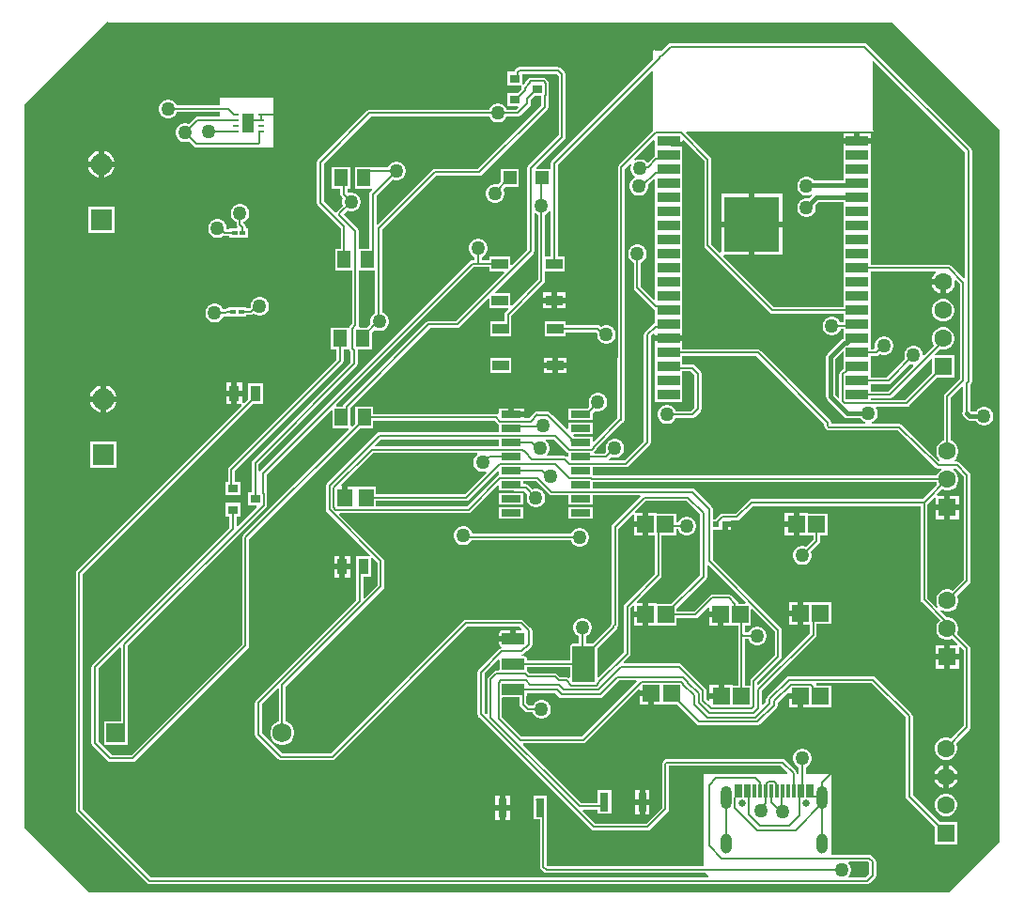
<source format=gtl>
%TF.GenerationSoftware,Altium Limited,Altium Designer,22.4.2 (48)*%
G04 Layer_Physical_Order=1*
G04 Layer_Color=255*
%FSLAX45Y45*%
%MOMM*%
%TF.SameCoordinates,2FA726A9-CE4F-4E86-892B-79CA134EB5E5*%
%TF.FilePolarity,Positive*%
%TF.FileFunction,Copper,L1,Top,Signal*%
%TF.Part,Single*%
G01*
G75*
%TA.AperFunction,Conductor*%
%ADD10C,0.20320*%
%TA.AperFunction,SMDPad,CuDef*%
%ADD11R,0.30000X1.15000*%
%ADD12R,2.00000X0.90000*%
%ADD13R,5.00000X5.00000*%
%ADD14R,1.50000X0.90000*%
%ADD15R,1.80000X0.64000*%
%ADD16R,1.50000X1.55000*%
%ADD17R,1.55000X1.55000*%
%ADD18R,0.52000X0.52000*%
%ADD19R,1.25000X1.22000*%
G04:AMPARAMS|DCode=20|XSize=3.25mm|YSize=2.05mm|CornerRadius=0.05125mm|HoleSize=0mm|Usage=FLASHONLY|Rotation=90.000|XOffset=0mm|YOffset=0mm|HoleType=Round|Shape=RoundedRectangle|*
%AMROUNDEDRECTD20*
21,1,3.25000,1.94750,0,0,90.0*
21,1,3.14750,2.05000,0,0,90.0*
1,1,0.10250,0.97375,1.57375*
1,1,0.10250,0.97375,-1.57375*
1,1,0.10250,-0.97375,-1.57375*
1,1,0.10250,-0.97375,1.57375*
%
%ADD20ROUNDEDRECTD20*%
G04:AMPARAMS|DCode=21|XSize=1mm|YSize=2.05mm|CornerRadius=0.05mm|HoleSize=0mm|Usage=FLASHONLY|Rotation=90.000|XOffset=0mm|YOffset=0mm|HoleType=Round|Shape=RoundedRectangle|*
%AMROUNDEDRECTD21*
21,1,1.00000,1.95000,0,0,90.0*
21,1,0.90000,2.05000,0,0,90.0*
1,1,0.10000,0.97500,0.45000*
1,1,0.10000,0.97500,-0.45000*
1,1,0.10000,-0.97500,-0.45000*
1,1,0.10000,-0.97500,0.45000*
%
%ADD21ROUNDEDRECTD21*%
%ADD22R,0.95000X1.45000*%
%ADD23R,1.40000X1.55000*%
%ADD24R,0.90000X0.80000*%
%ADD25R,1.25000X1.55000*%
%ADD26R,0.80000X1.70000*%
%ADD27R,0.50000X0.45000*%
%ADD28R,1.00000X1.70000*%
%TA.AperFunction,SMDPad,SMDef*%
%ADD29R,0.55000X0.25000*%
%TA.AperFunction,Conductor*%
%ADD30C,0.38100*%
%TA.AperFunction,ComponentPad*%
%ADD31C,1.60000*%
%ADD32R,1.60000X1.60000*%
%ADD33C,0.65000*%
G04:AMPARAMS|DCode=34|XSize=1mm|YSize=1.8mm|CornerRadius=0.5mm|HoleSize=0mm|Usage=FLASHONLY|Rotation=0.000|XOffset=0mm|YOffset=0mm|HoleType=Round|Shape=RoundedRectangle|*
%AMROUNDEDRECTD34*
21,1,1.00000,0.80000,0,0,0.0*
21,1,0.00000,1.80000,0,0,0.0*
1,1,1.00000,0.00000,-0.40000*
1,1,1.00000,0.00000,-0.40000*
1,1,1.00000,0.00000,0.40000*
1,1,1.00000,0.00000,0.40000*
%
%ADD34ROUNDEDRECTD34*%
G04:AMPARAMS|DCode=35|XSize=1mm|YSize=2.1mm|CornerRadius=0.5mm|HoleSize=0mm|Usage=FLASHONLY|Rotation=0.000|XOffset=0mm|YOffset=0mm|HoleType=Round|Shape=RoundedRectangle|*
%AMROUNDEDRECTD35*
21,1,1.00000,1.10000,0,0,0.0*
21,1,0.00000,2.10000,0,0,0.0*
1,1,1.00000,0.00000,-0.55000*
1,1,1.00000,0.00000,-0.55000*
1,1,1.00000,0.00000,0.55000*
1,1,1.00000,0.00000,0.55000*
%
%ADD35ROUNDEDRECTD35*%
%ADD36C,1.95000*%
%ADD37R,1.95000X1.95000*%
%ADD38C,1.75000*%
%ADD39R,1.75000X1.75000*%
%TA.AperFunction,ViaPad*%
%ADD40C,1.27000*%
G36*
X6096000Y11417300D02*
X13157201D01*
X14122400Y10452100D01*
Y4038600D01*
X13665199Y3581400D01*
X5918200D01*
X5334000Y4165600D01*
Y10680700D01*
X6083300Y11430000D01*
X6096000Y11417300D01*
D02*
G37*
%LPC*%
G36*
X12907378Y11232477D02*
X11159279D01*
X11147386Y11230112D01*
X11137304Y11223375D01*
X11077230Y11163300D01*
X11023600D01*
X11010900Y11176000D01*
X10998200Y11163300D01*
Y11084270D01*
X10087225Y10173296D01*
X10080488Y10163214D01*
X10078123Y10151321D01*
Y10101620D01*
X9951264D01*
X9946404Y10113353D01*
X10202076Y10369026D01*
X10208813Y10379108D01*
X10211179Y10391001D01*
Y10950580D01*
X10208813Y10962473D01*
X10202076Y10972555D01*
X10164616Y11010015D01*
X10154534Y11016752D01*
X10142642Y11019117D01*
X9793962D01*
X9782069Y11016752D01*
X9771987Y11010015D01*
X9757924Y10995952D01*
X9751187Y10985870D01*
X9749168Y10975720D01*
X9689880D01*
Y10855080D01*
X9809030D01*
X9816108Y10842941D01*
X9816050Y10842380D01*
X9813783Y10830981D01*
Y10822932D01*
X9776570Y10785720D01*
X9689880D01*
Y10665080D01*
X9779037D01*
X9783897Y10653347D01*
X9766128Y10635577D01*
X9679650D01*
X9679308Y10636853D01*
X9668273Y10655967D01*
X9652667Y10671573D01*
X9633553Y10682608D01*
X9612235Y10688320D01*
X9590165D01*
X9568847Y10682608D01*
X9549733Y10671573D01*
X9534127Y10655967D01*
X9523092Y10636853D01*
X9522750Y10635577D01*
X8445500D01*
X8433607Y10633212D01*
X8423525Y10626475D01*
X7979025Y10181975D01*
X7972288Y10171893D01*
X7969923Y10160000D01*
Y9796450D01*
X7972288Y9784557D01*
X7979025Y9774475D01*
X8185823Y9567677D01*
Y9381520D01*
X8134080D01*
Y9185880D01*
X8287423D01*
Y8704077D01*
X8267945Y8684600D01*
X8261209Y8674518D01*
X8260374Y8670320D01*
X8095080D01*
Y8474680D01*
X8146823D01*
Y8381273D01*
X7178925Y7413375D01*
X7172188Y7403293D01*
X7169823Y7391400D01*
Y7280020D01*
X7149880D01*
Y7159380D01*
X7280520D01*
Y7280020D01*
X7231977D01*
Y7378528D01*
X8199875Y8346425D01*
X8206612Y8356507D01*
X8208977Y8368400D01*
Y8474680D01*
X8260374D01*
X8261209Y8470482D01*
X8267945Y8460400D01*
X8273723Y8454623D01*
Y8355772D01*
X7393225Y7475275D01*
X7386488Y7465193D01*
X7384123Y7453300D01*
Y7185020D01*
X7349880D01*
Y7064380D01*
X7422443D01*
X7427303Y7052647D01*
X7258010Y6883354D01*
X7246277Y6888215D01*
Y6969380D01*
X7280520D01*
Y7090020D01*
X7149880D01*
Y6969380D01*
X7184123D01*
Y6866941D01*
X5947025Y5629843D01*
X5940288Y5619761D01*
X5937923Y5607868D01*
Y4927600D01*
X5940288Y4915707D01*
X5947025Y4905625D01*
X6086725Y4765925D01*
X6096807Y4759188D01*
X6108700Y4756823D01*
X6311900D01*
X6323793Y4759188D01*
X6333875Y4765925D01*
X7349555Y5781605D01*
X7356292Y5791687D01*
X7358657Y5803580D01*
Y6765407D01*
X8356730Y7763480D01*
X8478420D01*
Y7830223D01*
X9569922D01*
X9597900Y7802245D01*
X9607982Y7795508D01*
X9612180Y7794673D01*
Y7726712D01*
X8533656D01*
X8521763Y7724347D01*
X8511681Y7717610D01*
X8060405Y7266333D01*
X8053668Y7256251D01*
X8051303Y7244359D01*
Y7030441D01*
X8053668Y7018549D01*
X8060405Y7008467D01*
X8449218Y6619653D01*
X8444358Y6607920D01*
X8326880D01*
Y6480762D01*
X8326283Y6477760D01*
Y6216645D01*
X7420225Y5310587D01*
X7413488Y5300505D01*
X7411123Y5288612D01*
Y5003800D01*
X7413488Y4991907D01*
X7420225Y4981825D01*
X7623425Y4778625D01*
X7633507Y4771888D01*
X7645400Y4769523D01*
X8107864D01*
X8119757Y4771888D01*
X8129839Y4778625D01*
X9327237Y5976023D01*
X9797820D01*
X9817314Y5956529D01*
X9812453Y5944796D01*
X9766300D01*
Y5868800D01*
X9740900D01*
Y5843400D01*
X9612404D01*
Y5823800D01*
X9614764Y5811939D01*
X9621483Y5801883D01*
X9630903Y5795589D01*
X9631282Y5792820D01*
X9630152Y5782491D01*
X9626738Y5781812D01*
X9616656Y5775075D01*
X9426825Y5585244D01*
X9420088Y5575162D01*
X9417723Y5563270D01*
Y5187416D01*
X9420088Y5175523D01*
X9426825Y5165441D01*
X10444741Y4147525D01*
X10454823Y4140788D01*
X10466716Y4138423D01*
X10951300D01*
X10963193Y4140788D01*
X10973275Y4147525D01*
X11134475Y4308725D01*
X11141212Y4318807D01*
X11143577Y4330700D01*
Y4718723D01*
X12153728D01*
X12212517Y4659933D01*
X12207657Y4648200D01*
X11455400D01*
Y3815677D01*
X10052951D01*
X10043117Y3825511D01*
Y4313560D01*
X10042520Y4316563D01*
Y4448720D01*
X9955363D01*
X9952360Y4449317D01*
X9949356Y4448720D01*
X9921880D01*
Y4421244D01*
X9921283Y4418240D01*
X9921880Y4415237D01*
Y4238080D01*
X9980963D01*
Y3812639D01*
X9983329Y3800746D01*
X9990065Y3790664D01*
X10018104Y3762625D01*
X10028186Y3755888D01*
X10040079Y3753523D01*
X11473777D01*
X11500523Y3726777D01*
X11495262Y3714077D01*
X6477172D01*
X5860377Y4330872D01*
Y6447328D01*
X7397429Y7984380D01*
X7489120D01*
Y8170020D01*
X7353480D01*
Y8028330D01*
X7311900Y7986750D01*
X7299200Y7992010D01*
Y8051800D01*
X7251700D01*
Y7979300D01*
X7286490D01*
X7291750Y7966600D01*
X5807325Y6482175D01*
X5800588Y6472093D01*
X5798223Y6460200D01*
Y4318000D01*
X5800588Y4306107D01*
X5807325Y4296025D01*
X6442325Y3661025D01*
X6452407Y3654288D01*
X6464300Y3651923D01*
X12928600D01*
X12940492Y3654288D01*
X12950575Y3661025D01*
X13001375Y3711825D01*
X13008112Y3721907D01*
X13010477Y3733800D01*
Y3856666D01*
X13008112Y3868559D01*
X13001375Y3878641D01*
X12971841Y3908175D01*
X12961758Y3914912D01*
X12949866Y3917277D01*
X12611100D01*
Y4635500D01*
X12598400Y4648200D01*
X12375977D01*
Y4709584D01*
X12376753Y4709792D01*
X12395867Y4720827D01*
X12411473Y4736433D01*
X12422508Y4755547D01*
X12428220Y4776865D01*
Y4798935D01*
X12422508Y4820253D01*
X12411473Y4839367D01*
X12395867Y4854973D01*
X12376753Y4866008D01*
X12355435Y4871720D01*
X12333365D01*
X12312047Y4866008D01*
X12292933Y4854973D01*
X12277327Y4839367D01*
X12266292Y4820253D01*
X12260580Y4798935D01*
Y4776865D01*
X12266292Y4755547D01*
X12277327Y4736433D01*
X12292933Y4720827D01*
X12312047Y4709792D01*
X12313823Y4709316D01*
Y4648200D01*
X12296477D01*
Y4651000D01*
X12294112Y4662893D01*
X12287375Y4672975D01*
X12188575Y4771775D01*
X12178493Y4778512D01*
X12166600Y4780877D01*
X11124403D01*
X11112510Y4778512D01*
X11102428Y4771775D01*
X11090525Y4759872D01*
X11083788Y4749790D01*
X11081423Y4737897D01*
Y4343572D01*
X10938427Y4200577D01*
X10479589D01*
X10366876Y4313290D01*
X10371736Y4325023D01*
X10501180D01*
Y4288880D01*
X10621820D01*
Y4499520D01*
X10501180D01*
Y4387177D01*
X10350462D01*
X9827450Y4910190D01*
X9832310Y4921923D01*
X10369695D01*
X10381588Y4924288D01*
X10391670Y4931025D01*
X10872267Y5411622D01*
X10884000Y5406762D01*
Y5397500D01*
X10984400D01*
Y5372100D01*
X11009800D01*
Y5269200D01*
X11084800D01*
Y5274280D01*
X11215770D01*
X11395225Y5094825D01*
X11405307Y5088088D01*
X11417200Y5085723D01*
X11938926D01*
X11950819Y5088088D01*
X11960901Y5094825D01*
X12112375Y5246300D01*
X12119112Y5256382D01*
X12121477Y5268274D01*
Y5290333D01*
X12217367Y5386222D01*
X12229100Y5381362D01*
Y5372100D01*
X12329500D01*
Y5346700D01*
X12354900D01*
Y5243800D01*
X12429900D01*
Y5248880D01*
X12604820D01*
Y5444520D01*
X12471742D01*
X12467731Y5451899D01*
X12474814Y5464243D01*
X12970308D01*
X13277704Y5156846D01*
Y4445819D01*
X13280069Y4433926D01*
X13286806Y4423844D01*
X13539481Y4171170D01*
Y4014480D01*
X13740120D01*
Y4215120D01*
X13583430D01*
X13339857Y4458691D01*
Y5169719D01*
X13337492Y5181612D01*
X13330756Y5191694D01*
X13005154Y5517295D01*
X12995073Y5524032D01*
X12983180Y5526397D01*
X12225041D01*
X12213149Y5524032D01*
X12203067Y5517295D01*
X12027785Y5342014D01*
X12021049Y5331932D01*
X12018683Y5320039D01*
Y5297981D01*
X11989730Y5269028D01*
X11977997Y5273888D01*
Y5392105D01*
X12466635Y5880743D01*
X12473372Y5890825D01*
X12475737Y5902717D01*
Y5998180D01*
X12604820D01*
Y6193820D01*
X12429900D01*
Y6198900D01*
X12354900D01*
Y6096000D01*
Y5993100D01*
X12413583D01*
Y5915590D01*
X11949090Y5451098D01*
X11937357Y5455958D01*
Y5472238D01*
X12150544Y5685426D01*
X12157281Y5695508D01*
X12159646Y5707400D01*
Y5943531D01*
X12157281Y5955424D01*
X12150544Y5965506D01*
X11536277Y6579773D01*
Y6849780D01*
X11598300D01*
Y6844700D01*
X11624300D01*
Y6896100D01*
X11649700D01*
Y6921500D01*
X11701100D01*
Y6932673D01*
X11756050D01*
X11767943Y6935038D01*
X11778025Y6941775D01*
X11897459Y7061210D01*
X13411211D01*
Y6220321D01*
X13413576Y6208429D01*
X13420312Y6198347D01*
X13586493Y6032166D01*
X13572224Y6017898D01*
X13559016Y5995022D01*
X13552180Y5969507D01*
Y5943093D01*
X13559016Y5917578D01*
X13572224Y5894702D01*
X13590903Y5876024D01*
X13613779Y5862817D01*
X13639293Y5855980D01*
X13665707D01*
X13691222Y5862817D01*
X13698076Y5866774D01*
X13745416Y5819433D01*
X13740556Y5807700D01*
X13677901D01*
Y5727700D01*
X13757899D01*
Y5790357D01*
X13769633Y5795217D01*
X13799223Y5765627D01*
Y5080172D01*
X13685376Y4966326D01*
X13678522Y4970283D01*
X13653008Y4977120D01*
X13626593D01*
X13601077Y4970283D01*
X13578201Y4957076D01*
X13559525Y4938398D01*
X13546317Y4915522D01*
X13539481Y4890007D01*
Y4863593D01*
X13546317Y4838078D01*
X13559525Y4815202D01*
X13578201Y4796524D01*
X13601077Y4783317D01*
X13626593Y4776480D01*
X13653008D01*
X13678522Y4783317D01*
X13701398Y4796524D01*
X13720076Y4815202D01*
X13733282Y4838078D01*
X13740120Y4863593D01*
Y4890007D01*
X13733282Y4915522D01*
X13729326Y4922376D01*
X13852275Y5045325D01*
X13859012Y5055407D01*
X13861377Y5067300D01*
Y5778500D01*
X13859012Y5790393D01*
X13852275Y5800475D01*
X13742026Y5910724D01*
X13745982Y5917578D01*
X13752820Y5943093D01*
Y5969507D01*
X13745982Y5995022D01*
X13732776Y6017898D01*
X13714098Y6036576D01*
X13691222Y6049783D01*
X13665707Y6056620D01*
X13649211D01*
X13647748Y6058809D01*
X13591603Y6114955D01*
X13599400Y6125117D01*
X13613779Y6116817D01*
X13639293Y6109980D01*
X13665707D01*
X13691222Y6116817D01*
X13714098Y6130024D01*
X13732776Y6148702D01*
X13745982Y6171578D01*
X13752820Y6197093D01*
Y6223507D01*
X13745982Y6249022D01*
X13742026Y6255876D01*
X13852275Y6366125D01*
X13859012Y6376207D01*
X13861377Y6388100D01*
Y7340600D01*
X13859012Y7352493D01*
X13852275Y7362575D01*
X13760410Y7454440D01*
X13750327Y7461177D01*
X13738435Y7463543D01*
X13716669D01*
X13714124Y7473039D01*
X13714116Y7476243D01*
X13732776Y7494902D01*
X13745982Y7517778D01*
X13752820Y7543293D01*
Y7569707D01*
X13745982Y7595222D01*
X13732776Y7618098D01*
X13714098Y7636776D01*
X13691222Y7649983D01*
X13683577Y7652032D01*
Y8041106D01*
X13783670Y8141198D01*
X13795403Y8136338D01*
Y7923754D01*
X13789394Y7914761D01*
X13786339Y7899400D01*
X13789394Y7884039D01*
X13798096Y7871016D01*
X13823495Y7845616D01*
X13836519Y7836914D01*
X13851880Y7833859D01*
X13909090D01*
X13915627Y7822533D01*
X13931233Y7806927D01*
X13950346Y7795892D01*
X13971664Y7790180D01*
X13993735D01*
X14015053Y7795892D01*
X14034167Y7806927D01*
X14049773Y7822533D01*
X14060808Y7841647D01*
X14066521Y7862965D01*
Y7885035D01*
X14060808Y7906353D01*
X14049773Y7925467D01*
X14034167Y7941073D01*
X14015053Y7952108D01*
X13993735Y7957820D01*
X13971664D01*
X13950346Y7952108D01*
X13931233Y7941073D01*
X13915627Y7925467D01*
X13909090Y7914141D01*
X13868507D01*
X13857558Y7925091D01*
Y8157612D01*
X13864975Y8165030D01*
X13871712Y8175112D01*
X13874077Y8187004D01*
Y10265777D01*
X13871712Y10277670D01*
X13864975Y10287752D01*
X12929352Y11223375D01*
X12919270Y11230112D01*
X12907378Y11232477D01*
D02*
G37*
G36*
X7581900Y10744200D02*
X7099300D01*
Y10673677D01*
X6707850D01*
X6707508Y10674953D01*
X6696473Y10694067D01*
X6680867Y10709673D01*
X6661753Y10720708D01*
X6640435Y10726420D01*
X6618365D01*
X6597047Y10720708D01*
X6577933Y10709673D01*
X6562327Y10694067D01*
X6551292Y10674953D01*
X6545580Y10653635D01*
Y10631565D01*
X6551292Y10610247D01*
X6562327Y10591133D01*
X6577933Y10575527D01*
X6597047Y10564492D01*
X6618365Y10558780D01*
X6640435D01*
X6661753Y10564492D01*
X6680867Y10575527D01*
X6696473Y10591133D01*
X6707508Y10610247D01*
X6707850Y10611523D01*
X7099300D01*
Y10571877D01*
X6895900D01*
X6884007Y10569511D01*
X6873925Y10562775D01*
X6815298Y10504147D01*
X6814153Y10504808D01*
X6792835Y10510520D01*
X6770765D01*
X6749447Y10504808D01*
X6730333Y10493773D01*
X6714727Y10478167D01*
X6703692Y10459053D01*
X6697980Y10437735D01*
Y10415665D01*
X6703692Y10394347D01*
X6714727Y10375233D01*
X6730333Y10359627D01*
X6749447Y10348592D01*
X6770765Y10342880D01*
X6792835D01*
X6814153Y10348592D01*
X6815298Y10349253D01*
X6861425Y10303125D01*
X6871507Y10296388D01*
X6883400Y10294023D01*
X7442200D01*
X7454093Y10296388D01*
X7456069Y10297709D01*
X7581900Y10295539D01*
Y10744200D01*
D02*
G37*
G36*
X6052102Y10263729D02*
Y10168699D01*
X6147132D01*
X6141227Y10190737D01*
X6125047Y10218762D01*
X6102165Y10241644D01*
X6074140Y10257824D01*
X6052102Y10263729D01*
D02*
G37*
G36*
X6001302Y10263729D02*
X5979265Y10257824D01*
X5951240Y10241644D01*
X5928358Y10218762D01*
X5912178Y10190737D01*
X5906273Y10168699D01*
X6001302D01*
Y10263729D01*
D02*
G37*
G36*
Y10117899D02*
X5906273D01*
X5912178Y10095862D01*
X5928358Y10067837D01*
X5951240Y10044955D01*
X5979265Y10028775D01*
X6001302Y10022870D01*
Y10117899D01*
D02*
G37*
G36*
X6147131D02*
X6052102D01*
Y10022870D01*
X6074140Y10028775D01*
X6102165Y10044955D01*
X6125047Y10067837D01*
X6141227Y10095862D01*
X6147131Y10117899D01*
D02*
G37*
G36*
X7288135Y9786620D02*
X7266065D01*
X7244747Y9780908D01*
X7225633Y9769873D01*
X7210027Y9754267D01*
X7198992Y9735153D01*
X7193280Y9713835D01*
Y9691765D01*
X7198992Y9670447D01*
X7210027Y9651333D01*
X7225633Y9635727D01*
X7244747Y9624692D01*
X7246023Y9624350D01*
Y9600411D01*
X7248388Y9588518D01*
X7253733Y9580520D01*
X7249894Y9567820D01*
X7181580D01*
Y9556077D01*
X7157720D01*
Y9574135D01*
X7152008Y9595453D01*
X7140973Y9614567D01*
X7125367Y9630173D01*
X7106253Y9641208D01*
X7084935Y9646920D01*
X7062865D01*
X7041547Y9641208D01*
X7022433Y9630173D01*
X7006827Y9614567D01*
X6995792Y9595453D01*
X6990080Y9574135D01*
Y9552065D01*
X6995792Y9530747D01*
X7006827Y9511633D01*
X7022433Y9496027D01*
X7041547Y9484992D01*
X7062865Y9479280D01*
X7084935D01*
X7106253Y9484992D01*
X7125367Y9496027D01*
X7126968Y9497629D01*
X7128975Y9496288D01*
X7140867Y9493923D01*
X7181580D01*
Y9482180D01*
X7347220D01*
Y9567820D01*
X7330608D01*
Y9577980D01*
X7328242Y9589873D01*
X7321505Y9599955D01*
X7309061Y9612399D01*
X7309203Y9616837D01*
X7310222Y9625136D01*
X7328567Y9635727D01*
X7344173Y9651333D01*
X7355208Y9670447D01*
X7360920Y9691765D01*
Y9713835D01*
X7355208Y9735153D01*
X7344173Y9754267D01*
X7328567Y9769873D01*
X7309453Y9780908D01*
X7288135Y9786620D01*
D02*
G37*
G36*
X6144522Y9761120D02*
X5908882D01*
Y9525481D01*
X6144522D01*
Y9761120D01*
D02*
G37*
G36*
X7465935Y8948420D02*
X7443865D01*
X7422547Y8942708D01*
X7403433Y8931673D01*
X7387827Y8916067D01*
X7376792Y8896953D01*
X7371080Y8875635D01*
Y8853597D01*
X7362360Y8844877D01*
X7334520D01*
Y8856620D01*
X7168880D01*
Y8842507D01*
X7158720D01*
X7146827Y8840142D01*
X7139158Y8835017D01*
X7136694Y8834710D01*
X7125676Y8836475D01*
X7124708Y8836743D01*
X7115573Y8852567D01*
X7099967Y8868173D01*
X7080853Y8879208D01*
X7059535Y8884920D01*
X7037465D01*
X7016147Y8879208D01*
X6997033Y8868173D01*
X6981427Y8852567D01*
X6970392Y8833453D01*
X6964680Y8812135D01*
Y8790065D01*
X6970392Y8768747D01*
X6981427Y8749633D01*
X6997033Y8734027D01*
X7016147Y8722992D01*
X7037465Y8717280D01*
X7059535D01*
X7080853Y8722992D01*
X7099967Y8734027D01*
X7115573Y8749633D01*
X7126608Y8768747D01*
X7126950Y8770023D01*
X7148390D01*
X7156180Y8771572D01*
X7168880Y8770980D01*
X7168880Y8770980D01*
X7168881Y8770980D01*
X7334520D01*
Y8782723D01*
X7375233D01*
X7387125Y8785088D01*
X7397207Y8791825D01*
X7403171Y8797789D01*
X7403433Y8797527D01*
X7422547Y8786492D01*
X7443865Y8780780D01*
X7465935D01*
X7487253Y8786492D01*
X7506367Y8797527D01*
X7521973Y8813133D01*
X7533008Y8832247D01*
X7538720Y8853565D01*
Y8875635D01*
X7533008Y8896953D01*
X7521973Y8916067D01*
X7506367Y8931673D01*
X7487253Y8942708D01*
X7465935Y8948420D01*
D02*
G37*
G36*
X7299200Y8175100D02*
X7251700D01*
Y8102600D01*
X7299200D01*
Y8175100D01*
D02*
G37*
G36*
X7200900D02*
X7153400D01*
Y8102600D01*
X7200900D01*
Y8175100D01*
D02*
G37*
G36*
X6070600Y8146830D02*
Y8051800D01*
X6165630D01*
X6159725Y8073838D01*
X6143544Y8101862D01*
X6120662Y8124744D01*
X6092638Y8140925D01*
X6070600Y8146830D01*
D02*
G37*
G36*
X6019800D02*
X5997762Y8140925D01*
X5969738Y8124744D01*
X5946856Y8101862D01*
X5930675Y8073838D01*
X5924770Y8051800D01*
X6019800D01*
Y8146830D01*
D02*
G37*
G36*
X7200900Y8051800D02*
X7153400D01*
Y7979300D01*
X7200900D01*
Y8051800D01*
D02*
G37*
G36*
X6165630Y8001000D02*
X6070600D01*
Y7905970D01*
X6092638Y7911875D01*
X6120662Y7928056D01*
X6143544Y7950938D01*
X6159725Y7978962D01*
X6165630Y8001000D01*
D02*
G37*
G36*
X6019800D02*
X5924770D01*
X5930675Y7978962D01*
X5946856Y7950938D01*
X5969738Y7928056D01*
X5997762Y7911875D01*
X6019800Y7905970D01*
Y8001000D01*
D02*
G37*
G36*
X6163020Y7644221D02*
X5927380D01*
Y7408581D01*
X6163020D01*
Y7644221D01*
D02*
G37*
G36*
X12264600Y6999000D02*
X12187100D01*
Y6921500D01*
X12264600D01*
Y6999000D01*
D02*
G37*
G36*
X11701100Y6870700D02*
X11675100D01*
Y6844700D01*
X11701100D01*
Y6870700D01*
D02*
G37*
G36*
X12264600Y6870700D02*
X12187100D01*
Y6793200D01*
X12264600D01*
Y6870700D01*
D02*
G37*
G36*
X12392900Y6999000D02*
X12315400D01*
Y6896100D01*
Y6793200D01*
X12392900D01*
Y6798280D01*
X12443923D01*
Y6760173D01*
X12377898Y6694147D01*
X12376753Y6694808D01*
X12355435Y6700520D01*
X12333365D01*
X12312047Y6694808D01*
X12292933Y6683773D01*
X12277327Y6668167D01*
X12266292Y6649053D01*
X12260580Y6627735D01*
Y6605665D01*
X12266292Y6584347D01*
X12277327Y6565233D01*
X12292933Y6549627D01*
X12312047Y6538592D01*
X12333365Y6532880D01*
X12355435D01*
X12376753Y6538592D01*
X12395867Y6549627D01*
X12411473Y6565233D01*
X12422508Y6584347D01*
X12428220Y6605665D01*
Y6627735D01*
X12422508Y6649053D01*
X12421847Y6650198D01*
X12496975Y6725325D01*
X12503712Y6735407D01*
X12506077Y6747300D01*
Y6798280D01*
X12572820D01*
Y6993920D01*
X12392900D01*
Y6999000D01*
D02*
G37*
G36*
X8272600Y6613000D02*
X8225100D01*
Y6540500D01*
X8272600D01*
Y6613000D01*
D02*
G37*
G36*
X8174300D02*
X8126800D01*
Y6540500D01*
X8174300D01*
Y6613000D01*
D02*
G37*
G36*
X8272600Y6489700D02*
X8225100D01*
Y6417200D01*
X8272600D01*
Y6489700D01*
D02*
G37*
G36*
X8174300D02*
X8126800D01*
Y6417200D01*
X8174300D01*
Y6489700D01*
D02*
G37*
G36*
X12304100Y6198900D02*
X12229100D01*
Y6121400D01*
X12304100D01*
Y6198900D01*
D02*
G37*
G36*
Y6070600D02*
X12229100D01*
Y5993100D01*
X12304100D01*
Y6070600D01*
D02*
G37*
G36*
X9715500Y5944796D02*
X9643400D01*
X9631539Y5942436D01*
X9621483Y5935717D01*
X9614764Y5925662D01*
X9612404Y5913800D01*
Y5894200D01*
X9715500D01*
Y5944796D01*
D02*
G37*
G36*
X13627100Y5807700D02*
X13547099D01*
Y5727700D01*
X13627100D01*
Y5807700D01*
D02*
G37*
G36*
X13757899Y5676900D02*
X13677901D01*
Y5596900D01*
X13757899D01*
Y5676900D01*
D02*
G37*
G36*
X13627100D02*
X13547099D01*
Y5596900D01*
X13627100D01*
Y5676900D01*
D02*
G37*
G36*
X10959000Y5346700D02*
X10884000D01*
Y5269200D01*
X10959000D01*
Y5346700D01*
D02*
G37*
G36*
X12304100Y5321300D02*
X12229100D01*
Y5243800D01*
X12304100D01*
Y5321300D01*
D02*
G37*
G36*
X13665199Y4725112D02*
Y4648200D01*
X13742113D01*
X13738017Y4663483D01*
X13724141Y4687517D01*
X13704517Y4707141D01*
X13680482Y4721017D01*
X13665199Y4725112D01*
D02*
G37*
G36*
X13614400D02*
X13599117Y4721017D01*
X13575082Y4707141D01*
X13555460Y4687517D01*
X13541583Y4663483D01*
X13537488Y4648200D01*
X13614400D01*
Y4725112D01*
D02*
G37*
G36*
X13742113Y4597400D02*
X13665199D01*
Y4520488D01*
X13680482Y4524583D01*
X13704517Y4538459D01*
X13724141Y4558083D01*
X13738017Y4582117D01*
X13742113Y4597400D01*
D02*
G37*
G36*
X13614400D02*
X13537488D01*
X13541583Y4582117D01*
X13555460Y4558083D01*
X13575082Y4538459D01*
X13599117Y4524583D01*
X13614400Y4520488D01*
Y4597400D01*
D02*
G37*
G36*
X10966900Y4504600D02*
X10926900D01*
Y4419600D01*
X10966900D01*
Y4504600D01*
D02*
G37*
G36*
X10876100D02*
X10836100D01*
Y4419600D01*
X10876100D01*
Y4504600D01*
D02*
G37*
G36*
X9707600Y4453800D02*
X9667600D01*
Y4368800D01*
X9707600D01*
Y4453800D01*
D02*
G37*
G36*
X9616800D02*
X9576800D01*
Y4368800D01*
X9616800D01*
Y4453800D01*
D02*
G37*
G36*
X10966900Y4368800D02*
X10926900D01*
Y4283800D01*
X10966900D01*
Y4368800D01*
D02*
G37*
G36*
X10876100D02*
X10836100D01*
Y4283800D01*
X10876100D01*
Y4368800D01*
D02*
G37*
G36*
X13653008Y4469120D02*
X13626593D01*
X13601077Y4462283D01*
X13578201Y4449076D01*
X13559525Y4430398D01*
X13546317Y4407522D01*
X13539481Y4382007D01*
Y4355593D01*
X13546317Y4330078D01*
X13559525Y4307202D01*
X13578201Y4288524D01*
X13601077Y4275317D01*
X13626593Y4268480D01*
X13653008D01*
X13678522Y4275317D01*
X13701398Y4288524D01*
X13720076Y4307202D01*
X13733282Y4330078D01*
X13740120Y4355593D01*
Y4382007D01*
X13733282Y4407522D01*
X13720076Y4430398D01*
X13701398Y4449076D01*
X13678522Y4462283D01*
X13653008Y4469120D01*
D02*
G37*
G36*
X9707600Y4318000D02*
X9667600D01*
Y4233000D01*
X9707600D01*
Y4318000D01*
D02*
G37*
G36*
X9616800D02*
X9576800D01*
Y4233000D01*
X9616800D01*
Y4318000D01*
D02*
G37*
%LPD*%
G36*
X9994523Y10673473D02*
X9422927Y10101877D01*
X9033079D01*
X9021186Y10099511D01*
X9011104Y10092775D01*
X8518017Y9599688D01*
X8505317Y9604948D01*
Y9858368D01*
X8653302Y10006353D01*
X8654447Y10005692D01*
X8675765Y9999980D01*
X8697835D01*
X8719153Y10005692D01*
X8738267Y10016727D01*
X8753873Y10032333D01*
X8764908Y10051447D01*
X8770620Y10072765D01*
Y10094835D01*
X8764908Y10116153D01*
X8753873Y10135267D01*
X8738267Y10150873D01*
X8719153Y10161908D01*
X8697835Y10167620D01*
X8675765D01*
X8654447Y10161908D01*
X8635333Y10150873D01*
X8619727Y10135267D01*
X8608692Y10116153D01*
X8608350Y10114877D01*
X8477520D01*
Y10118120D01*
X8311880D01*
Y9922480D01*
X8463570D01*
X8468830Y9909780D01*
X8452265Y9893215D01*
X8445528Y9883133D01*
X8443163Y9871240D01*
Y9381520D01*
X8349577D01*
Y9536424D01*
X8347212Y9548317D01*
X8340475Y9558399D01*
X8209412Y9689462D01*
X8246902Y9726953D01*
X8248047Y9726292D01*
X8269365Y9720580D01*
X8291435D01*
X8312753Y9726292D01*
X8331867Y9737327D01*
X8347473Y9752933D01*
X8358508Y9772047D01*
X8364220Y9793365D01*
Y9815435D01*
X8358508Y9836753D01*
X8347473Y9855867D01*
X8331867Y9871473D01*
X8312753Y9882508D01*
X8291435Y9888220D01*
X8269365D01*
X8257724Y9885101D01*
X8245023Y9894846D01*
Y9922480D01*
X8272520D01*
Y10118120D01*
X8106880D01*
Y9922480D01*
X8182869D01*
Y9870854D01*
X8185235Y9858961D01*
X8191971Y9848879D01*
X8202953Y9837898D01*
X8202292Y9836753D01*
X8196580Y9815435D01*
Y9793365D01*
X8202292Y9772047D01*
X8202953Y9770902D01*
X8151904Y9719854D01*
X8146938Y9712422D01*
X8132942Y9708457D01*
X8032077Y9809323D01*
Y10147128D01*
X8458372Y10573423D01*
X9522750D01*
X9523092Y10572147D01*
X9534127Y10553033D01*
X9549733Y10537427D01*
X9568847Y10526392D01*
X9590165Y10520680D01*
X9612235D01*
X9633553Y10526392D01*
X9652667Y10537427D01*
X9668273Y10553033D01*
X9679308Y10572147D01*
X9679650Y10573423D01*
X9779000D01*
X9790893Y10575788D01*
X9800975Y10582525D01*
X9887515Y10669066D01*
X9894252Y10679148D01*
X9896617Y10691040D01*
Y10722868D01*
X9933830Y10760080D01*
X9994523D01*
Y10673473D01*
D02*
G37*
G36*
X11013400Y10353162D02*
Y10280600D01*
X11018480D01*
Y10218471D01*
X11015467Y10217872D01*
X11005385Y10211135D01*
X10956028Y10161778D01*
X10938885Y10162595D01*
X10930287Y10171193D01*
X10911173Y10182228D01*
X10889855Y10187940D01*
X10867785D01*
X10846467Y10182228D01*
X10840234Y10178629D01*
X10832436Y10188792D01*
X11001667Y10358022D01*
X11013400Y10353162D01*
D02*
G37*
G36*
X10078123Y9717406D02*
Y9310920D01*
X10025977D01*
Y9687850D01*
X10027253Y9688192D01*
X10046367Y9699227D01*
X10061973Y9714833D01*
X10065423Y9720809D01*
X10078123Y9717406D01*
D02*
G37*
G36*
X10149024Y10937708D02*
Y10403873D01*
X9875987Y10130836D01*
X9869251Y10120754D01*
X9866885Y10108861D01*
Y9374129D01*
X9726253Y9233497D01*
X9714520Y9238358D01*
Y9310920D01*
X9523880D01*
Y9276677D01*
X9454477D01*
Y9306850D01*
X9455753Y9307192D01*
X9474867Y9318227D01*
X9490473Y9333833D01*
X9501508Y9352947D01*
X9507220Y9374265D01*
Y9396335D01*
X9501508Y9417653D01*
X9490473Y9436767D01*
X9474867Y9452373D01*
X9455753Y9463408D01*
X9434435Y9469120D01*
X9412365D01*
X9391047Y9463408D01*
X9371933Y9452373D01*
X9356327Y9436767D01*
X9345292Y9417653D01*
X9339580Y9396335D01*
Y9374265D01*
X9345292Y9352947D01*
X9356327Y9333833D01*
X9371933Y9318227D01*
X9391047Y9307192D01*
X9392323Y9306850D01*
Y9276677D01*
X9372600D01*
X9360707Y9274312D01*
X9350625Y9267575D01*
X7463625Y7380575D01*
X7458977Y7373619D01*
X7446277Y7377289D01*
Y7440428D01*
X8326775Y8320925D01*
X8333512Y8331007D01*
X8335877Y8342900D01*
Y8467495D01*
X8341774Y8474680D01*
X8465720D01*
Y8626370D01*
X8491963Y8652614D01*
X8502047Y8646792D01*
X8523365Y8641080D01*
X8545435D01*
X8566753Y8646792D01*
X8585867Y8657827D01*
X8601473Y8673433D01*
X8612508Y8692547D01*
X8618220Y8713865D01*
Y8735935D01*
X8612508Y8757253D01*
X8601473Y8776367D01*
X8585867Y8791973D01*
X8566753Y8803008D01*
X8558427Y8805239D01*
Y9552199D01*
X9045951Y10039723D01*
X9435800D01*
X9447693Y10042088D01*
X9457775Y10048825D01*
X10047575Y10638625D01*
X10054312Y10648707D01*
X10056677Y10660600D01*
Y10751819D01*
X10059392Y10755882D01*
X10061757Y10767775D01*
Y10873025D01*
X10059392Y10884918D01*
X10052655Y10895000D01*
X10034800Y10912855D01*
X10024718Y10919592D01*
X10012825Y10921957D01*
X9897575D01*
X9885682Y10919592D01*
X9875600Y10912855D01*
X9857745Y10895000D01*
X9851008Y10884918D01*
X9850055Y10880126D01*
X9833220Y10863291D01*
X9820520Y10868551D01*
Y10956963D01*
X10129769D01*
X10149024Y10937708D01*
D02*
G37*
G36*
X13811923Y10252904D02*
Y9121321D01*
X13800191Y9116460D01*
X13686674Y9229975D01*
X13676593Y9236712D01*
X13664700Y9239077D01*
X12959120D01*
Y9396680D01*
Y9523680D01*
Y9650680D01*
Y9777680D01*
Y9904680D01*
Y10031680D01*
Y10158680D01*
Y10280600D01*
X12964200D01*
Y10325600D01*
X12713400D01*
Y10280600D01*
X12718480D01*
Y10158680D01*
Y10031680D01*
Y9997191D01*
X12447948D01*
X12433967Y10011173D01*
X12414853Y10022208D01*
X12393535Y10027920D01*
X12371465D01*
X12350147Y10022208D01*
X12331033Y10011173D01*
X12315427Y9995567D01*
X12304392Y9976453D01*
X12298680Y9955135D01*
Y9933065D01*
X12304392Y9911747D01*
X12315427Y9892633D01*
X12331033Y9877027D01*
X12350147Y9865992D01*
X12371465Y9860280D01*
X12393535D01*
X12414853Y9865992D01*
X12427416Y9873245D01*
X12435214Y9863083D01*
X12406167Y9834035D01*
X12393535Y9837420D01*
X12371465D01*
X12350147Y9831708D01*
X12331033Y9820673D01*
X12315427Y9805067D01*
X12304392Y9785953D01*
X12298680Y9764635D01*
Y9742565D01*
X12304392Y9721247D01*
X12315427Y9702133D01*
X12331033Y9686527D01*
X12350147Y9675492D01*
X12371465Y9669780D01*
X12393535D01*
X12414853Y9675492D01*
X12433967Y9686527D01*
X12449573Y9702133D01*
X12460608Y9721247D01*
X12466320Y9742565D01*
Y9764635D01*
X12462935Y9777267D01*
X12488527Y9802859D01*
X12718480D01*
Y9650680D01*
Y9523680D01*
Y9396680D01*
Y9269680D01*
Y9142680D01*
Y9015680D01*
Y8858077D01*
X12090072D01*
X11634283Y9313867D01*
X11639143Y9325600D01*
X11863400D01*
Y9575600D01*
X11613400D01*
Y9351343D01*
X11601667Y9346483D01*
X11524577Y9423572D01*
Y10184405D01*
X11522212Y10196298D01*
X11515475Y10206380D01*
X11295155Y10426700D01*
X11300415Y10439400D01*
X12992101D01*
X12979401Y10452100D01*
Y11068834D01*
X12991133Y11073694D01*
X13811923Y10252904D01*
D02*
G37*
G36*
X10804311Y10142706D02*
X10800712Y10136473D01*
X10795000Y10115155D01*
Y10093085D01*
X10800712Y10071767D01*
X10811747Y10052653D01*
X10827353Y10037047D01*
X10833726Y10033368D01*
X10833251Y10018977D01*
X10819733Y10011173D01*
X10804127Y9995567D01*
X10793092Y9976453D01*
X10787380Y9955135D01*
Y9933065D01*
X10793092Y9911747D01*
X10804127Y9892633D01*
X10819733Y9877027D01*
X10838847Y9865992D01*
X10860165Y9860280D01*
X10882235D01*
X10903553Y9865992D01*
X10922667Y9877027D01*
X10938273Y9892633D01*
X10949308Y9911747D01*
X10955020Y9933065D01*
Y9955135D01*
X10954294Y9957844D01*
X11006747Y10010297D01*
X11018480Y10005437D01*
Y9904680D01*
Y9777680D01*
Y9650680D01*
Y9523680D01*
Y9396680D01*
Y9269680D01*
Y9142680D01*
Y9015680D01*
Y8930264D01*
X11006747Y8925403D01*
X10889577Y9042573D01*
Y9256050D01*
X10890853Y9256392D01*
X10909967Y9267427D01*
X10925573Y9283033D01*
X10936608Y9302147D01*
X10942320Y9323465D01*
Y9345535D01*
X10936608Y9366853D01*
X10925573Y9385967D01*
X10909967Y9401573D01*
X10890853Y9412608D01*
X10869535Y9418320D01*
X10847465D01*
X10826147Y9412608D01*
X10807033Y9401573D01*
X10791427Y9385967D01*
X10780392Y9366853D01*
X10774680Y9345535D01*
Y9323465D01*
X10780392Y9302147D01*
X10791427Y9283033D01*
X10807033Y9267427D01*
X10826147Y9256392D01*
X10827423Y9256050D01*
Y9029700D01*
X10829788Y9017807D01*
X10836525Y9007725D01*
X11004385Y8839865D01*
X11014467Y8833129D01*
X11018480Y8832331D01*
Y8711103D01*
X11008330Y8709084D01*
X10998248Y8702348D01*
X10925425Y8629525D01*
X10918688Y8619443D01*
X10916323Y8607550D01*
Y7645572D01*
X10744028Y7473277D01*
X10608205D01*
X10605528Y7477200D01*
X10603327Y7485977D01*
X10621802Y7504453D01*
X10622947Y7503792D01*
X10644265Y7498080D01*
X10666335D01*
X10687653Y7503792D01*
X10706767Y7514827D01*
X10722373Y7530433D01*
X10733408Y7549547D01*
X10739120Y7570865D01*
Y7592935D01*
X10733408Y7614253D01*
X10722373Y7633367D01*
X10706767Y7648973D01*
X10687653Y7660008D01*
X10666335Y7665720D01*
X10644265D01*
X10622947Y7660008D01*
X10603833Y7648973D01*
X10588227Y7633367D01*
X10577192Y7614253D01*
X10571480Y7592935D01*
Y7570865D01*
X10577192Y7549547D01*
X10577853Y7548402D01*
X10566228Y7536777D01*
X10473797D01*
X10470036Y7544348D01*
X10469332Y7549477D01*
X10485955Y7566100D01*
X10492692Y7576182D01*
X10493645Y7580974D01*
X10726954Y7814283D01*
X10732906Y7820235D01*
X10736251Y7825241D01*
X10739600Y7830215D01*
X10739611Y7830271D01*
X10739642Y7830318D01*
X10740816Y7836217D01*
X10742007Y7842099D01*
X10745864Y8928699D01*
X10746249Y8940115D01*
X10746250Y8940116D01*
X10746250Y8940119D01*
X10746340Y8940800D01*
X10746286Y8941209D01*
X10745906Y8953768D01*
Y10102261D01*
X10794148Y10150504D01*
X10804311Y10142706D01*
D02*
G37*
G36*
X9943433Y9699227D02*
X9962547Y9688192D01*
X9963823Y9687850D01*
Y9106072D01*
X9726253Y8868503D01*
X9714520Y8873363D01*
Y8980920D01*
X9578169D01*
X9573308Y8992653D01*
X9919937Y9339282D01*
X9926674Y9349364D01*
X9929039Y9361257D01*
Y9697028D01*
X9940773Y9701888D01*
X9943433Y9699227D01*
D02*
G37*
G36*
X11462423Y10171532D02*
Y9410700D01*
X11464788Y9398807D01*
X11471525Y9388725D01*
X12055225Y8805025D01*
X12065307Y8798288D01*
X12077200Y8795923D01*
X12718480D01*
Y8717877D01*
X12689550D01*
X12689208Y8719153D01*
X12678173Y8738267D01*
X12662567Y8753873D01*
X12643453Y8764908D01*
X12622135Y8770620D01*
X12600065D01*
X12578747Y8764908D01*
X12559633Y8753873D01*
X12544027Y8738267D01*
X12532992Y8719153D01*
X12527280Y8697835D01*
Y8675765D01*
X12532992Y8654447D01*
X12544027Y8635333D01*
X12559633Y8619727D01*
X12578747Y8608692D01*
X12600065Y8602980D01*
X12622135D01*
X12643453Y8608692D01*
X12662567Y8619727D01*
X12678173Y8635333D01*
X12689208Y8654447D01*
X12689550Y8655723D01*
X12718480D01*
Y8569714D01*
X12707131Y8567456D01*
X12694108Y8558755D01*
X12570016Y8434662D01*
X12561314Y8421639D01*
X12558259Y8406278D01*
Y8047249D01*
X12561314Y8031888D01*
X12570016Y8018865D01*
X12721725Y7867156D01*
X12734748Y7858454D01*
X12750109Y7855399D01*
X12867690D01*
X12874226Y7844073D01*
X12889833Y7828467D01*
X12908948Y7817432D01*
X12913631Y7816177D01*
X12911958Y7803477D01*
X12604077D01*
Y7816349D01*
X12601712Y7828242D01*
X12594975Y7838324D01*
X11965324Y8467975D01*
X11955242Y8474712D01*
X11943349Y8477077D01*
X11259120D01*
Y8502600D01*
X11264200D01*
Y8547600D01*
X11013400D01*
Y8502600D01*
X11018480D01*
Y8380680D01*
Y8253680D01*
Y8126680D01*
Y7999680D01*
X11259120D01*
Y8126680D01*
Y8274723D01*
X11340928D01*
X11373523Y8242128D01*
Y7950372D01*
X11340928Y7917777D01*
X11203650D01*
X11203308Y7919053D01*
X11192273Y7938167D01*
X11176667Y7953773D01*
X11157553Y7964808D01*
X11136235Y7970520D01*
X11114165D01*
X11092847Y7964808D01*
X11073733Y7953773D01*
X11058127Y7938167D01*
X11047092Y7919053D01*
X11041380Y7897735D01*
Y7875665D01*
X11047092Y7854347D01*
X11058127Y7835233D01*
X11073733Y7819627D01*
X11092847Y7808592D01*
X11114165Y7802880D01*
X11136235D01*
X11157553Y7808592D01*
X11176667Y7819627D01*
X11192273Y7835233D01*
X11203308Y7854347D01*
X11203650Y7855623D01*
X11353800D01*
X11365693Y7857988D01*
X11375775Y7864725D01*
X11426575Y7915525D01*
X11433312Y7925607D01*
X11435677Y7937500D01*
Y8255000D01*
X11433312Y8266893D01*
X11426575Y8276975D01*
X11375775Y8327775D01*
X11365693Y8334512D01*
X11353800Y8336877D01*
X11259120D01*
Y8414923D01*
X11930476D01*
X12541923Y7803476D01*
Y7784303D01*
X12544288Y7772410D01*
X12551025Y7762328D01*
X12562928Y7750425D01*
X12573010Y7743688D01*
X12584903Y7741323D01*
X13199731D01*
X13542717Y7415521D01*
X13542719Y7415520D01*
X13548599Y7409933D01*
X13553394Y7406905D01*
X13558110Y7403754D01*
X13558508Y7403675D01*
X13558852Y7403458D01*
X13564436Y7402495D01*
X13570003Y7401388D01*
X13597740D01*
X13601143Y7388688D01*
X13590903Y7382776D01*
X13572224Y7364098D01*
X13559016Y7341222D01*
X13558737Y7340177D01*
X10463093D01*
X10455978Y7344931D01*
X10453820Y7345361D01*
Y7411123D01*
X10756900D01*
X10768793Y7413488D01*
X10778875Y7420225D01*
X10969375Y7610725D01*
X10976112Y7620807D01*
X10978477Y7632700D01*
Y8594677D01*
X11001667Y8617867D01*
X11013400Y8613006D01*
Y8598400D01*
X11264200D01*
Y8643400D01*
X11259120D01*
Y8761680D01*
Y8888680D01*
Y9015680D01*
Y9142680D01*
Y9269680D01*
Y9396680D01*
Y9523680D01*
Y9650680D01*
Y9777680D01*
Y9904680D01*
Y10031680D01*
Y10158680D01*
Y10280600D01*
X11264200D01*
Y10353162D01*
X11275933Y10358022D01*
X11462423Y10171532D01*
D02*
G37*
G36*
X8496273Y8799674D02*
X8482933Y8791973D01*
X8467327Y8776367D01*
X8456292Y8757253D01*
X8450580Y8735935D01*
Y8713865D01*
X8453694Y8702243D01*
X8421771Y8670320D01*
X8355315D01*
X8347949Y8683020D01*
X8349577Y8691205D01*
Y9185880D01*
X8496273D01*
Y8799674D01*
D02*
G37*
G36*
X10998200Y10979778D02*
Y10442455D01*
X10692854Y10137109D01*
X10686117Y10127027D01*
X10683751Y10115134D01*
Y8941102D01*
X10683821Y8940752D01*
X10683751Y8940405D01*
X10679899Y7855128D01*
X10465553Y7640782D01*
X10453820Y7645642D01*
Y7685020D01*
X10289440D01*
X10285635Y7690715D01*
X10280703Y7695647D01*
X10285563Y7707380D01*
X10453820D01*
Y7812020D01*
X10233180D01*
Y7759763D01*
X10221447Y7754903D01*
X10099027Y7877323D01*
X10092948Y7881385D01*
X10068197Y7906136D01*
X10058115Y7912873D01*
X10046222Y7915238D01*
X9968952D01*
X9968693Y7915412D01*
X9956800Y7917777D01*
X9944907Y7915412D01*
X9934825Y7908675D01*
X9881447Y7855297D01*
X9837900D01*
Y7861300D01*
X9722500D01*
Y7886700D01*
X9697100D01*
Y7944100D01*
X9607100D01*
Y7896992D01*
X9594694Y7890015D01*
X9594400Y7890069D01*
X9582795Y7892377D01*
X8478420D01*
Y7959120D01*
X8312780D01*
Y7807430D01*
X8285153Y7779803D01*
X8273420Y7784663D01*
Y7949049D01*
X8992114Y8667742D01*
X9235525D01*
X9247417Y8670108D01*
X9257499Y8676844D01*
X9512147Y8931492D01*
X9523880Y8926632D01*
Y8850280D01*
X9691437D01*
X9696297Y8838547D01*
X9669465Y8811715D01*
X9662728Y8801633D01*
X9660363Y8789740D01*
Y8726520D01*
X9531280D01*
Y8595880D01*
X9721920D01*
Y8693036D01*
X9722517Y8696040D01*
Y8776868D01*
X10016875Y9071225D01*
X10023612Y9081307D01*
X10025977Y9093200D01*
Y9180280D01*
X10204520D01*
Y9310920D01*
X10140277D01*
Y10138448D01*
X10986467Y10984638D01*
X10998200Y10979778D01*
D02*
G37*
G36*
X13548795Y9168158D02*
X13549065Y9164223D01*
X13530058Y9145217D01*
X13516183Y9121183D01*
X13512088Y9105900D01*
X13614400D01*
Y9080500D01*
X13639799D01*
Y8978188D01*
X13655083Y8982283D01*
X13679117Y8996159D01*
X13698741Y9015783D01*
X13712617Y9039817D01*
X13719800Y9066624D01*
Y9090990D01*
X13731175Y9097575D01*
X13764923Y9063827D01*
Y8210351D01*
X13630525Y8075953D01*
X13623788Y8065871D01*
X13621423Y8053978D01*
Y7652032D01*
X13613779Y7649983D01*
X13590903Y7636776D01*
X13572224Y7618098D01*
X13559016Y7595222D01*
X13552180Y7569707D01*
Y7543293D01*
X13559016Y7517778D01*
X13572224Y7494902D01*
X13583101Y7484026D01*
X13579382Y7469783D01*
X13576649Y7469014D01*
X13234435Y7794084D01*
X13231801Y7795748D01*
X13229533Y7797887D01*
X13226723Y7798955D01*
X13224184Y7800559D01*
X13221112Y7801089D01*
X13218199Y7802196D01*
X13213168Y7803045D01*
X13210561Y7802968D01*
X13208002Y7803477D01*
X12970642D01*
X12968970Y7816177D01*
X12973653Y7817432D01*
X12992767Y7828467D01*
X13008372Y7844073D01*
X13019408Y7863187D01*
X13025121Y7884505D01*
Y7906575D01*
X13019408Y7927893D01*
X13009103Y7945743D01*
X13011919Y7955568D01*
X13013110Y7958443D01*
X13285420D01*
X13297313Y7960808D01*
X13307394Y7967545D01*
X13558031Y8218180D01*
X13714720D01*
Y8418820D01*
X13546663D01*
X13541803Y8430553D01*
X13587184Y8475934D01*
X13601193Y8472180D01*
X13627608D01*
X13653122Y8479017D01*
X13675998Y8492224D01*
X13694676Y8510902D01*
X13707883Y8533778D01*
X13714720Y8559293D01*
Y8585707D01*
X13707883Y8611222D01*
X13694676Y8634098D01*
X13675998Y8652776D01*
X13653122Y8665983D01*
X13627608Y8672820D01*
X13601193D01*
X13575677Y8665983D01*
X13552802Y8652776D01*
X13534125Y8634098D01*
X13520917Y8611222D01*
X13514079Y8585707D01*
Y8559293D01*
X13520917Y8533778D01*
X13534125Y8510902D01*
X13534187Y8510838D01*
X13444220Y8420870D01*
X13431520Y8426130D01*
Y8431135D01*
X13425809Y8452453D01*
X13414774Y8471567D01*
X13399167Y8487173D01*
X13380054Y8498208D01*
X13358736Y8503920D01*
X13336665D01*
X13315347Y8498208D01*
X13296233Y8487173D01*
X13280627Y8471567D01*
X13269592Y8452453D01*
X13263879Y8431135D01*
Y8409065D01*
X13269592Y8387747D01*
X13270253Y8386602D01*
X13106728Y8223077D01*
X12959120D01*
Y8380680D01*
Y8414923D01*
X13011092D01*
X13022984Y8417288D01*
X13033067Y8424025D01*
X13043123Y8434081D01*
X13048647Y8430892D01*
X13069965Y8425180D01*
X13092035D01*
X13113353Y8430892D01*
X13132468Y8441927D01*
X13148073Y8457533D01*
X13159108Y8476647D01*
X13164819Y8497965D01*
Y8520035D01*
X13159108Y8541353D01*
X13148073Y8560467D01*
X13132468Y8576073D01*
X13113353Y8587108D01*
X13092035Y8592820D01*
X13069965D01*
X13048647Y8587108D01*
X13029533Y8576073D01*
X13013927Y8560467D01*
X13002892Y8541353D01*
X12997180Y8520035D01*
Y8497965D01*
X12999518Y8489240D01*
X12989783Y8477077D01*
X12959120D01*
Y8634680D01*
Y8761680D01*
Y8888680D01*
Y9015680D01*
Y9142680D01*
Y9176923D01*
X13546445D01*
X13548795Y9168158D01*
D02*
G37*
G36*
X13315347Y8341992D02*
X13336665Y8336280D01*
X13341670D01*
X13346930Y8323580D01*
X13119427Y8096077D01*
X12959120D01*
Y8160923D01*
X13119600D01*
X13131493Y8163288D01*
X13141576Y8170025D01*
X13314201Y8342653D01*
X13315347Y8341992D01*
D02*
G37*
G36*
X12718480Y8452996D02*
Y8380680D01*
Y8297630D01*
X12717727Y8296877D01*
X12714283Y8296192D01*
X12704201Y8289455D01*
X12686345Y8271599D01*
X12679608Y8261517D01*
X12677243Y8249624D01*
Y8041768D01*
X12665510Y8036908D01*
X12638541Y8063876D01*
Y8389651D01*
X12706747Y8457856D01*
X12718480Y8452996D01*
D02*
G37*
G36*
X13514079Y8386237D02*
Y8262130D01*
X13272546Y8020597D01*
X12959120D01*
Y8033923D01*
X13132300D01*
X13144193Y8036288D01*
X13154276Y8043025D01*
X13502347Y8391097D01*
X13514079Y8386237D01*
D02*
G37*
G36*
X9523880Y9180280D02*
X9656442D01*
X9661302Y9168547D01*
X9222652Y8729896D01*
X8979241D01*
X8967348Y8727531D01*
X8957266Y8720794D01*
X8215419Y7978946D01*
X8208682Y7968864D01*
X8206744Y7959120D01*
X8146663D01*
X8141803Y7970853D01*
X9385472Y9214523D01*
X9523880D01*
Y9180280D01*
D02*
G37*
G36*
X9612180Y7600277D02*
X8498842D01*
X8493981Y7612010D01*
X8546528Y7664558D01*
X9612180D01*
Y7600277D01*
D02*
G37*
G36*
X10218900Y7548245D02*
X10228982Y7541508D01*
X10233180Y7540673D01*
Y7511042D01*
X10220480Y7506652D01*
X10213147Y7511552D01*
X10201255Y7513917D01*
X10050717D01*
X10045457Y7526617D01*
X10049273Y7530433D01*
X10060308Y7549547D01*
X10066020Y7570865D01*
Y7592935D01*
X10060308Y7614253D01*
X10049273Y7633367D01*
X10033667Y7648973D01*
X10028670Y7651858D01*
X10032073Y7664558D01*
X10102587D01*
X10218900Y7548245D01*
D02*
G37*
G36*
X13799223Y7327728D02*
Y6400973D01*
X13698076Y6299826D01*
X13691222Y6303783D01*
X13665707Y6310620D01*
X13639293D01*
X13613779Y6303783D01*
X13590903Y6290576D01*
X13572224Y6271898D01*
X13559016Y6249022D01*
X13552180Y6223507D01*
Y6197093D01*
X13559016Y6171578D01*
X13567317Y6157201D01*
X13557155Y6149403D01*
X13473364Y6233194D01*
Y7079414D01*
X13535367Y7141417D01*
X13547099Y7136557D01*
Y7073900D01*
X13627100D01*
Y7153900D01*
X13564442D01*
X13559583Y7165633D01*
X13606924Y7212974D01*
X13613779Y7209017D01*
X13639293Y7202180D01*
X13665707D01*
X13691222Y7209017D01*
X13714098Y7222224D01*
X13732776Y7240902D01*
X13745982Y7263778D01*
X13752820Y7289293D01*
Y7315707D01*
X13745982Y7341222D01*
X13732776Y7364098D01*
X13714098Y7382776D01*
X13703857Y7388688D01*
X13707260Y7401388D01*
X13725562D01*
X13799223Y7327728D01*
D02*
G37*
G36*
X9417743Y7525423D02*
X9411767Y7521973D01*
X9396161Y7506367D01*
X9385126Y7487253D01*
X9379414Y7465935D01*
Y7443865D01*
X9385126Y7422547D01*
X9396161Y7403433D01*
X9411767Y7387827D01*
X9430881Y7376792D01*
X9452199Y7371080D01*
X9474269D01*
X9492841Y7376056D01*
X9499772Y7366892D01*
X9500327Y7365582D01*
X9303222Y7168477D01*
X8503820D01*
Y7235220D01*
X8323180D01*
X8318900Y7240300D01*
Y7240300D01*
X8248900D01*
Y7137400D01*
X8198100D01*
Y7240300D01*
X8196338D01*
X8191478Y7252033D01*
X8477568Y7538123D01*
X9414340D01*
X9417743Y7525423D01*
D02*
G37*
G36*
X9612180Y7372942D02*
Y7344544D01*
X9609002Y7343912D01*
X9598920Y7337175D01*
X9322242Y7060497D01*
X8503820D01*
Y7106323D01*
X9316095D01*
X9327987Y7108688D01*
X9338069Y7115425D01*
X9600447Y7377803D01*
X9612180Y7372942D01*
D02*
G37*
G36*
X10063102Y7166225D02*
X10073184Y7159488D01*
X10085077Y7157123D01*
X10233180D01*
Y7072380D01*
X10453820D01*
Y7157123D01*
X10881180D01*
X10886040Y7145390D01*
X10635635Y6894984D01*
X10628898Y6884902D01*
X10626532Y6873010D01*
Y6005285D01*
X10623732Y6002484D01*
X10616995Y5992402D01*
X10614870Y5981719D01*
X10455269Y5822119D01*
X10394277D01*
Y5890550D01*
X10395553Y5890892D01*
X10414667Y5901927D01*
X10430273Y5917533D01*
X10441308Y5936647D01*
X10447020Y5957965D01*
Y5980035D01*
X10441308Y6001353D01*
X10430273Y6020467D01*
X10414667Y6036073D01*
X10395553Y6047108D01*
X10374235Y6052820D01*
X10352165D01*
X10330847Y6047108D01*
X10311733Y6036073D01*
X10296127Y6020467D01*
X10285092Y6001353D01*
X10279380Y5980035D01*
Y5957965D01*
X10285092Y5936647D01*
X10296127Y5917533D01*
X10311733Y5901927D01*
X10330847Y5890892D01*
X10332123Y5890550D01*
Y5822119D01*
X10278525D01*
X10268597Y5820144D01*
X10260180Y5814520D01*
X10254556Y5806103D01*
X10252581Y5796175D01*
Y5669877D01*
X9864216D01*
Y5683800D01*
X9862251Y5693679D01*
X9856655Y5702055D01*
X9848279Y5707651D01*
X9838400Y5709616D01*
X9813417D01*
X9812166Y5722316D01*
X9822585Y5724388D01*
X9832667Y5731125D01*
X9860197Y5758655D01*
X9864989Y5759608D01*
X9875071Y5766345D01*
X9902390Y5793664D01*
X9909127Y5803746D01*
X9911492Y5815639D01*
Y5937377D01*
X9909127Y5949270D01*
X9902390Y5959352D01*
X9890487Y5971255D01*
X9890486Y5971256D01*
X9832667Y6029075D01*
X9822585Y6035812D01*
X9810692Y6038177D01*
X9314364D01*
X9302471Y6035812D01*
X9292389Y6029075D01*
X8094991Y4831677D01*
X7658273D01*
X7473277Y5016673D01*
Y5275740D01*
X7615290Y5417752D01*
X7627023Y5412892D01*
Y5119796D01*
X7616483Y5116972D01*
X7591897Y5102777D01*
X7571823Y5082703D01*
X7557628Y5058117D01*
X7550280Y5030695D01*
Y5002305D01*
X7557628Y4974883D01*
X7571823Y4950297D01*
X7591897Y4930223D01*
X7616483Y4916028D01*
X7643905Y4908680D01*
X7672295D01*
X7699717Y4916028D01*
X7724303Y4930223D01*
X7744377Y4950297D01*
X7758572Y4974883D01*
X7765920Y5002305D01*
Y5030695D01*
X7758572Y5058117D01*
X7744377Y5082703D01*
X7724303Y5102777D01*
X7699717Y5116972D01*
X7689177Y5119796D01*
Y5434166D01*
X8569075Y6314064D01*
X8575812Y6324146D01*
X8578177Y6336039D01*
Y6565721D01*
X8575812Y6577614D01*
X8569075Y6587696D01*
X8170161Y6986610D01*
X8175021Y6998343D01*
X9335115D01*
X9347007Y7000708D01*
X9357089Y7007445D01*
X9600447Y7250803D01*
X9612180Y7245942D01*
Y7199380D01*
X9741337D01*
X9744340Y7198783D01*
X9838768D01*
X9866653Y7170898D01*
X9865992Y7169753D01*
X9860280Y7148435D01*
Y7126365D01*
X9865992Y7105047D01*
X9877027Y7085933D01*
X9892633Y7070327D01*
X9911747Y7059292D01*
X9933065Y7053580D01*
X9955135D01*
X9976453Y7059292D01*
X9995567Y7070327D01*
X10011173Y7085933D01*
X10022208Y7105047D01*
X10027920Y7126365D01*
Y7148435D01*
X10022208Y7169753D01*
X10011173Y7188867D01*
X9995567Y7204473D01*
X9976453Y7215508D01*
X9955135Y7221220D01*
X9933065D01*
X9911747Y7215508D01*
X9910602Y7214847D01*
X9873615Y7251835D01*
X9863533Y7258571D01*
X9851640Y7260937D01*
X9832820D01*
Y7284123D01*
X9945204D01*
X10063102Y7166225D01*
D02*
G37*
G36*
X13559016Y7263778D02*
X13562975Y7256924D01*
X13429414Y7123364D01*
X11884587D01*
X11872694Y7120998D01*
X11862612Y7114262D01*
X11743177Y6994827D01*
X11622245D01*
X11610352Y6992462D01*
X11600270Y6985725D01*
X11563565Y6949020D01*
X11559155Y6942420D01*
X11536277D01*
Y7036800D01*
X11533912Y7048693D01*
X11527175Y7058775D01*
X11375775Y7210175D01*
X11365693Y7216912D01*
X11353800Y7219277D01*
X10453820D01*
Y7278023D01*
X13555200D01*
X13559016Y7263778D01*
D02*
G37*
G36*
X11424323Y6984828D02*
Y6440473D01*
X11164970Y6181120D01*
X11034000D01*
Y6186200D01*
X10959000D01*
Y6083300D01*
Y5980400D01*
X11034000D01*
Y5985480D01*
X11208920D01*
Y6052223D01*
X11383331D01*
X11395223Y6054588D01*
X11405305Y6061325D01*
X11493467Y6149487D01*
X11505200Y6144627D01*
Y6108700D01*
X11605600D01*
Y6083300D01*
X11631000D01*
Y5980400D01*
X11706000D01*
Y5985480D01*
X11767223D01*
Y5905500D01*
Y5444520D01*
X11716200D01*
Y5449600D01*
X11638701D01*
Y5346699D01*
X11613301D01*
Y5321299D01*
X11510400D01*
Y5312038D01*
X11498667Y5307178D01*
X11482071Y5323773D01*
Y5396057D01*
X11479706Y5407950D01*
X11472969Y5418032D01*
X11255626Y5635375D01*
X11245544Y5642112D01*
X11233651Y5644477D01*
X10740039D01*
X10735179Y5656210D01*
X10788764Y5709796D01*
X10795501Y5719878D01*
X10797866Y5731770D01*
Y6143817D01*
X10821467Y6167417D01*
X10833200Y6162557D01*
Y6108700D01*
X10908200D01*
Y6186200D01*
X10856843D01*
X10851983Y6197933D01*
X11069635Y6415585D01*
X11076372Y6425667D01*
X11078737Y6437560D01*
Y6798280D01*
X11207820D01*
Y6852323D01*
X11224550D01*
X11224892Y6851047D01*
X11235927Y6831933D01*
X11251533Y6816327D01*
X11270647Y6805292D01*
X11291965Y6799580D01*
X11314035D01*
X11335353Y6805292D01*
X11354467Y6816327D01*
X11370073Y6831933D01*
X11381108Y6851047D01*
X11386820Y6872365D01*
Y6894435D01*
X11381108Y6915753D01*
X11370073Y6934867D01*
X11354467Y6950473D01*
X11335353Y6961508D01*
X11314035Y6967220D01*
X11291965D01*
X11270647Y6961508D01*
X11251533Y6950473D01*
X11235927Y6934867D01*
X11224892Y6915753D01*
X11224550Y6914477D01*
X11207820D01*
Y6993920D01*
X11032900D01*
Y6999000D01*
X10957900D01*
Y6896100D01*
Y6793200D01*
X11016583D01*
Y6450432D01*
X10744814Y6178664D01*
X10738078Y6168582D01*
X10735712Y6156689D01*
Y5744643D01*
X10510952Y5519883D01*
X10499219Y5524743D01*
Y5778169D01*
X10667681Y5946631D01*
X10674418Y5956714D01*
X10676543Y5967396D01*
X10679584Y5970438D01*
X10686321Y5980520D01*
X10688687Y5992413D01*
Y6860137D01*
X10819400Y6990851D01*
X10832100Y6985590D01*
Y6921500D01*
X10907100D01*
Y6999000D01*
X10845510D01*
X10840250Y7011700D01*
X10934872Y7106323D01*
X11302828D01*
X11424323Y6984828D01*
D02*
G37*
G36*
X8516023Y6552849D02*
Y6348911D01*
X8400170Y6233059D01*
X8388437Y6237919D01*
Y6422280D01*
X8462520D01*
Y6589758D01*
X8474253Y6594618D01*
X8516023Y6552849D01*
D02*
G37*
G36*
X11835297Y6192853D02*
X11830437Y6181120D01*
X11769279D01*
X11767261Y6191270D01*
X11760524Y6201352D01*
X11704201Y6257675D01*
X11694119Y6264412D01*
X11682226Y6266777D01*
X11535731D01*
X11523838Y6264412D01*
X11513756Y6257675D01*
X11370458Y6114377D01*
X11208920D01*
Y6137170D01*
X11477375Y6405625D01*
X11484112Y6415707D01*
X11486477Y6427600D01*
Y6525080D01*
X11498210Y6529940D01*
X11835297Y6192853D01*
D02*
G37*
G36*
X12097492Y5930658D02*
Y5720273D01*
X11884305Y5507086D01*
X11877568Y5497004D01*
X11875203Y5485111D01*
Y5444520D01*
X11829377D01*
Y5861723D01*
X11859550D01*
X11859892Y5860447D01*
X11870927Y5841333D01*
X11886533Y5825727D01*
X11905647Y5814692D01*
X11926965Y5808980D01*
X11949035D01*
X11970353Y5814692D01*
X11989467Y5825727D01*
X12005073Y5841333D01*
X12016108Y5860447D01*
X12021820Y5881765D01*
Y5903835D01*
X12016108Y5925153D01*
X12005073Y5944267D01*
X11989467Y5959873D01*
X11970353Y5970908D01*
X11949035Y5976620D01*
X11926965D01*
X11905647Y5970908D01*
X11886533Y5959873D01*
X11870927Y5944267D01*
X11859892Y5925153D01*
X11859550Y5923877D01*
X11829377D01*
Y5985480D01*
X11880920D01*
Y6130637D01*
X11892653Y6135498D01*
X12097492Y5930658D01*
D02*
G37*
G36*
X10252581Y5516649D02*
X10252081Y5516441D01*
X10239881Y5513131D01*
X10231410Y5518792D01*
X10219517Y5521157D01*
X10163042D01*
X10137724Y5546475D01*
X10127642Y5553212D01*
X10115749Y5555577D01*
X9888223D01*
X9871925Y5571875D01*
X9861843Y5578612D01*
X9863697Y5591192D01*
X9864216Y5593800D01*
Y5607723D01*
X10252581D01*
Y5516649D01*
D02*
G37*
G36*
X10850655Y5477910D02*
X10356822Y4984077D01*
X9817273D01*
X9638997Y5162353D01*
Y5334370D01*
X9643400Y5337984D01*
X9797163D01*
Y5275527D01*
X9799529Y5263634D01*
X9806265Y5253552D01*
X9849393Y5210425D01*
X9859475Y5203688D01*
X9871367Y5201323D01*
X9916450D01*
X9916792Y5200047D01*
X9927827Y5180933D01*
X9943433Y5165327D01*
X9962547Y5154292D01*
X9983865Y5148580D01*
X10005935D01*
X10027253Y5154292D01*
X10046367Y5165327D01*
X10061973Y5180933D01*
X10073008Y5200047D01*
X10078720Y5221365D01*
Y5243435D01*
X10073008Y5264753D01*
X10061973Y5283867D01*
X10046367Y5299473D01*
X10027253Y5310508D01*
X10005935Y5316220D01*
X9983865D01*
X9962547Y5310508D01*
X9943433Y5299473D01*
X9927827Y5283867D01*
X9916792Y5264753D01*
X9916450Y5263477D01*
X9884240D01*
X9859317Y5288400D01*
Y5349530D01*
X9862251Y5353921D01*
X9864216Y5363800D01*
Y5377723D01*
X10117998D01*
X10153156Y5342565D01*
X10163238Y5335828D01*
X10175131Y5333463D01*
X10521690D01*
X10533583Y5335828D01*
X10543665Y5342565D01*
X10690743Y5489643D01*
X10845794D01*
X10850655Y5477910D01*
D02*
G37*
G36*
X9617584Y5670143D02*
Y5593800D01*
X9617608Y5593677D01*
X9607404Y5580977D01*
X9588500D01*
X9576607Y5578612D01*
X9566525Y5571875D01*
X9515725Y5521075D01*
X9508988Y5510993D01*
X9506623Y5499100D01*
Y5190136D01*
X9494890Y5185276D01*
X9479877Y5200289D01*
Y5550397D01*
X9604884Y5675404D01*
X9617584Y5670143D01*
D02*
G37*
G36*
X8107780Y7920237D02*
Y7763480D01*
X8252237D01*
X8257097Y7751747D01*
X7305605Y6800255D01*
X7298868Y6790173D01*
X7296503Y6778280D01*
Y5816452D01*
X6299028Y4818977D01*
X6121573D01*
X6000077Y4940473D01*
Y5594995D01*
X6192629Y5787547D01*
X6204363Y5782687D01*
Y5124320D01*
X6050280D01*
Y4908680D01*
X6265920D01*
Y5090838D01*
X6266517Y5093840D01*
Y5803962D01*
X7494800Y7032245D01*
X7494801Y7032246D01*
X7512655Y7050100D01*
X7519392Y7060182D01*
X7521757Y7072075D01*
Y7177325D01*
X7519392Y7189218D01*
X7516677Y7193281D01*
Y7345728D01*
X8096047Y7925097D01*
X8107780Y7920237D01*
D02*
G37*
G36*
X12948323Y3843794D02*
Y3746672D01*
X12915729Y3714077D01*
X12765977D01*
X12760717Y3726777D01*
X12767073Y3733133D01*
X12778108Y3752247D01*
X12783820Y3773565D01*
Y3795635D01*
X12778108Y3816953D01*
X12767073Y3836067D01*
X12760717Y3842423D01*
X12765977Y3855123D01*
X12936993D01*
X12948323Y3843794D01*
D02*
G37*
%LPC*%
G36*
X9790520Y10101620D02*
X9624880D01*
Y9982930D01*
X9602242Y9960292D01*
X9586835Y9964420D01*
X9564765D01*
X9543447Y9958708D01*
X9524333Y9947673D01*
X9508727Y9932067D01*
X9497692Y9912953D01*
X9491980Y9891635D01*
Y9869565D01*
X9497692Y9848247D01*
X9508727Y9829133D01*
X9524333Y9813527D01*
X9543447Y9802492D01*
X9564765Y9796780D01*
X9586835D01*
X9608153Y9802492D01*
X9627267Y9813527D01*
X9642873Y9829133D01*
X9653908Y9848247D01*
X9659620Y9869565D01*
Y9891635D01*
X9653908Y9912953D01*
X9649843Y9919993D01*
X9668830Y9938980D01*
X9790520D01*
Y10101620D01*
D02*
G37*
G36*
X12964200Y10421400D02*
X12864200D01*
Y10376400D01*
X12964200D01*
Y10421400D01*
D02*
G37*
G36*
X12813400D02*
X12713400D01*
Y10376400D01*
X12813400D01*
Y10421400D01*
D02*
G37*
G36*
X12164200Y9876400D02*
X11914200D01*
Y9626400D01*
X12164200D01*
Y9876400D01*
D02*
G37*
G36*
X11863400D02*
X11613400D01*
Y9626400D01*
X11863400D01*
Y9876400D01*
D02*
G37*
G36*
X12164200Y9575600D02*
X11914200D01*
Y9325600D01*
X12164200D01*
Y9575600D01*
D02*
G37*
G36*
X10209600Y8986000D02*
X10134600D01*
Y8941000D01*
X10209600D01*
Y8986000D01*
D02*
G37*
G36*
X10083800D02*
X10008800D01*
Y8941000D01*
X10083800D01*
Y8986000D01*
D02*
G37*
G36*
X10209600Y8890200D02*
X10134600D01*
Y8845200D01*
X10209600D01*
Y8890200D01*
D02*
G37*
G36*
X10083800D02*
X10008800D01*
Y8845200D01*
X10083800D01*
Y8890200D01*
D02*
G37*
G36*
X10211920Y8726520D02*
X10021280D01*
Y8595880D01*
X10211920D01*
Y8630123D01*
X10486760D01*
X10495280Y8621603D01*
Y8599565D01*
X10500992Y8578247D01*
X10512027Y8559133D01*
X10527633Y8543527D01*
X10546747Y8532492D01*
X10568065Y8526780D01*
X10590135D01*
X10611453Y8532492D01*
X10630567Y8543527D01*
X10646173Y8559133D01*
X10657208Y8578247D01*
X10662920Y8599565D01*
Y8621635D01*
X10657208Y8642953D01*
X10646173Y8662067D01*
X10630567Y8677673D01*
X10611453Y8688708D01*
X10590135Y8694420D01*
X10568065D01*
X10546747Y8688708D01*
X10527633Y8677673D01*
X10527371Y8677411D01*
X10521608Y8683175D01*
X10511526Y8689911D01*
X10499633Y8692277D01*
X10211920D01*
Y8726520D01*
D02*
G37*
G36*
X10217000Y8401600D02*
X10142000D01*
Y8356600D01*
X10217000D01*
Y8401600D01*
D02*
G37*
G36*
X10091200D02*
X10016200D01*
Y8356600D01*
X10091200D01*
Y8401600D01*
D02*
G37*
G36*
X9721920Y8396520D02*
X9531280D01*
Y8265880D01*
X9721920D01*
Y8396520D01*
D02*
G37*
G36*
X10217000Y8305800D02*
X10142000D01*
Y8260800D01*
X10217000D01*
Y8305800D01*
D02*
G37*
G36*
X10091200D02*
X10016200D01*
Y8260800D01*
X10091200D01*
Y8305800D01*
D02*
G37*
G36*
X10513935Y8084820D02*
X10491865D01*
X10470547Y8079108D01*
X10451433Y8068073D01*
X10435827Y8052467D01*
X10424792Y8033353D01*
X10419080Y8012035D01*
Y7989965D01*
X10424792Y7968647D01*
X10430174Y7959324D01*
X10409870Y7939020D01*
X10233180D01*
Y7834380D01*
X10453820D01*
Y7895070D01*
X10479297Y7920548D01*
X10491865Y7917180D01*
X10513935D01*
X10535253Y7922892D01*
X10554367Y7933927D01*
X10569973Y7949533D01*
X10581008Y7968647D01*
X10586720Y7989965D01*
Y8012035D01*
X10581008Y8033353D01*
X10569973Y8052467D01*
X10554367Y8068073D01*
X10535253Y8079108D01*
X10513935Y8084820D01*
D02*
G37*
G36*
X9837900Y7944100D02*
X9747900D01*
Y7912100D01*
X9837900D01*
Y7944100D01*
D02*
G37*
G36*
X13589000Y9055100D02*
X13512088D01*
X13516183Y9039817D01*
X13530058Y9015783D01*
X13549683Y8996159D01*
X13573717Y8982283D01*
X13589000Y8978188D01*
Y9055100D01*
D02*
G37*
G36*
X13627608Y8926820D02*
X13601193D01*
X13575677Y8919983D01*
X13552802Y8906776D01*
X13534125Y8888098D01*
X13520917Y8865222D01*
X13514079Y8839707D01*
Y8813293D01*
X13520917Y8787778D01*
X13534125Y8764902D01*
X13552802Y8746224D01*
X13575677Y8733017D01*
X13601193Y8726180D01*
X13627608D01*
X13653122Y8733017D01*
X13675998Y8746224D01*
X13694676Y8764902D01*
X13707883Y8787778D01*
X13714720Y8813293D01*
Y8839707D01*
X13707883Y8865222D01*
X13694676Y8888098D01*
X13675998Y8906776D01*
X13653122Y8919983D01*
X13627608Y8926820D01*
D02*
G37*
G36*
X13757899Y7153900D02*
X13677901D01*
Y7073900D01*
X13757899D01*
Y7153900D01*
D02*
G37*
G36*
Y7023100D02*
X13677901D01*
Y6943100D01*
X13757899D01*
Y7023100D01*
D02*
G37*
G36*
X13627100D02*
X13547099D01*
Y6943100D01*
X13627100D01*
Y7023100D01*
D02*
G37*
G36*
X9832820Y7177020D02*
X9612180D01*
Y7072380D01*
X9832820D01*
Y7177020D01*
D02*
G37*
G36*
X10453820Y7050020D02*
X10233180D01*
Y6945380D01*
X10453820D01*
Y7050020D01*
D02*
G37*
G36*
X9832820D02*
X9612180D01*
Y6945380D01*
X9832820D01*
Y7050020D01*
D02*
G37*
G36*
X9301085Y6878320D02*
X9279015D01*
X9257697Y6872608D01*
X9238583Y6861573D01*
X9222977Y6845967D01*
X9211942Y6826853D01*
X9206230Y6805535D01*
Y6783465D01*
X9211942Y6762147D01*
X9222977Y6743033D01*
X9238583Y6727427D01*
X9257697Y6716392D01*
X9279015Y6710680D01*
X9301085D01*
X9322403Y6716392D01*
X9341517Y6727427D01*
X9357123Y6743033D01*
X9361562Y6750723D01*
X10259350D01*
X10259692Y6749447D01*
X10270727Y6730333D01*
X10286333Y6714727D01*
X10305447Y6703692D01*
X10326765Y6697980D01*
X10348835D01*
X10370153Y6703692D01*
X10389267Y6714727D01*
X10404873Y6730333D01*
X10415908Y6749447D01*
X10421620Y6770765D01*
Y6792835D01*
X10415908Y6814153D01*
X10404873Y6833267D01*
X10389267Y6848873D01*
X10370153Y6859908D01*
X10348835Y6865620D01*
X10326765D01*
X10305447Y6859908D01*
X10286333Y6848873D01*
X10270727Y6833267D01*
X10259692Y6814153D01*
X10259350Y6812877D01*
X9371903D01*
X9368158Y6826853D01*
X9357123Y6845967D01*
X9341517Y6861573D01*
X9322403Y6872608D01*
X9301085Y6878320D01*
D02*
G37*
G36*
X10907100Y6870700D02*
X10832100D01*
Y6793200D01*
X10907100D01*
Y6870700D01*
D02*
G37*
G36*
X11580200Y6057900D02*
X11505200D01*
Y5980400D01*
X11580200D01*
Y6057900D01*
D02*
G37*
G36*
X10908200Y6057900D02*
X10833200D01*
Y5980400D01*
X10908200D01*
Y6057900D01*
D02*
G37*
G36*
X11587901Y5449600D02*
X11510400D01*
Y5372099D01*
X11587901D01*
Y5449600D01*
D02*
G37*
%LPD*%
D10*
X10714828Y8940295D02*
G03*
X10714829Y8941102I-88898J505D01*
G01*
X9691440Y8696040D02*
Y8789740D01*
X9994900Y9093200D02*
Y9766300D01*
X9691440Y8789740D02*
X9994900Y9093200D01*
X13550282Y4812040D02*
X13550980Y4811097D01*
X13748885Y4894301D02*
X13870940Y5050466D01*
X13931900Y6362700D01*
X13652499Y5702300D02*
Y5845820D01*
X13682899Y5925901D02*
X13830299Y5778500D01*
X13639799Y4876800D02*
X13830299Y5067300D01*
X13676054Y5925901D02*
X13682899D01*
X13676054D02*
Y5932745D01*
X13830299Y5067300D02*
Y5778500D01*
X11569700Y6896100D02*
X11585540Y6911940D01*
Y6927045D01*
X11622245Y6963750D01*
X11756050D01*
X11884587Y7092287D02*
X13442287D01*
X11756050Y6963750D02*
X11884587Y7092287D01*
X13652499Y5956300D02*
X13676054Y5932745D01*
X13625774Y5983026D02*
X13652499Y5956300D01*
X6127750Y5035550D02*
X6177150D01*
X11738549Y6130351D02*
X11798300Y6070600D01*
X11738549Y6130351D02*
Y6179377D01*
X11682226Y6235700D02*
X11738549Y6179377D01*
X11798300Y5905500D02*
Y6070600D01*
X11535731Y6235700D02*
X11682226D01*
X11383331Y6083300D02*
X11535731Y6235700D01*
X10766789Y5731770D02*
Y6156689D01*
X11047660Y6437560D02*
Y6831260D01*
X10766789Y6156689D02*
X11047660Y6437560D01*
X11505200Y6566900D02*
X12128569Y5943531D01*
Y5707400D02*
Y5943531D01*
X11505200Y6566900D02*
Y7036800D01*
X13625774Y5983026D02*
Y6036835D01*
X13442287Y6220321D02*
Y7092287D01*
Y6220321D02*
X13625774Y6036835D01*
X10579100Y7505700D02*
X10655300Y7581900D01*
X11125200Y6883400D02*
X11303000D01*
X7375233Y8813800D02*
X7426033Y8864600D01*
X7454900D01*
X7277100Y9600411D02*
Y9702800D01*
Y9600411D02*
X7299530Y9577980D01*
X10677870Y5520720D02*
X11268857D01*
X10521690Y5364540D02*
X10677870Y5520720D01*
X10713077Y5613400D02*
X11233651D01*
X9804400Y4953000D02*
X10369695D01*
X11268857Y5520720D02*
X11310519Y5479058D01*
X10896775Y5480080D02*
X11252024D01*
X11269879Y5462225D01*
Y5455042D02*
Y5462225D01*
X11450994Y5310901D02*
Y5396057D01*
X11269879Y5455042D02*
X11369714Y5355207D01*
X11233651Y5613400D02*
X11450994Y5396057D01*
X11310519Y5471876D02*
X11410354Y5372040D01*
X11310519Y5471876D02*
Y5479058D01*
X10369695Y4953000D02*
X10896775Y5480080D01*
X10504857Y5405180D02*
X10713077Y5613400D01*
X9537700Y5155990D02*
X10337590Y4356100D01*
X9537700Y5155990D02*
Y5499100D01*
X9588500Y5549900D01*
X9849950D01*
X9607920Y5468496D02*
X9628704Y5489280D01*
X9607920Y5149480D02*
Y5468496D01*
X9628704Y5489280D02*
X9853096D01*
X9849950Y5549900D02*
X9875350Y5524500D01*
X9853096Y5489280D02*
X9892937Y5449440D01*
X11164400Y5369600D02*
X11417200Y5116800D01*
X9607920Y5149480D02*
X9804400Y4953000D01*
X12983180Y5495320D02*
X13308781Y5169719D01*
X10130871Y5408800D02*
X10175131Y5364540D01*
X11922092Y5157440D02*
X12049760Y5285108D01*
Y5320039D01*
X11417200Y5116800D02*
X11938926D01*
X12090400Y5268274D01*
X10488023Y5445820D02*
X10508880Y5466677D01*
X10263777Y5445820D02*
X10488023D01*
X10508880Y5473861D02*
X10766789Y5731770D01*
X10115749Y5524500D02*
X10150169Y5490080D01*
X11410354Y5294067D02*
X11506341Y5198080D01*
X12090400Y5268274D02*
Y5303205D01*
X12049760Y5320039D02*
X12225041Y5495320D01*
X11450994Y5310901D02*
X11523175Y5238720D01*
X11506341Y5198080D02*
X11905259D01*
X12241875Y5454680D02*
X12417125D01*
X12090400Y5303205D02*
X12241875Y5454680D01*
X10191964Y5405180D02*
X10504857D01*
X10175131Y5364540D02*
X10521690D01*
X12509500Y5346700D02*
Y5349200D01*
X10219517Y5490080D02*
X10263777Y5445820D01*
X11906280Y5485111D02*
X12128569Y5707400D01*
X10147704Y5449440D02*
X10191964Y5405180D01*
X12434980Y5423720D02*
Y5436825D01*
X12225041Y5495320D02*
X12983180D01*
X11369714Y5277234D02*
Y5355207D01*
X10508880Y5466677D02*
Y5473861D01*
X11369714Y5277234D02*
X11489508Y5157440D01*
X11922092D01*
X12434980Y5423720D02*
X12509500Y5349200D01*
X11523175Y5238720D02*
X11888425D01*
X11410354Y5294067D02*
Y5372040D01*
X11888425Y5238720D02*
X11906280Y5256575D01*
X9875350Y5524500D02*
X10115749D01*
X9892937Y5449440D02*
X10147704D01*
X11946920Y5239741D02*
Y5404978D01*
X11905259Y5198080D02*
X11946920Y5239741D01*
X11906280Y5256575D02*
Y5485111D01*
X11946920Y5404978D02*
X12444660Y5902717D01*
X10150169Y5490080D02*
X10219517D01*
X12417125Y5454680D02*
X12434980Y5436825D01*
X9448800Y5187416D02*
X10466716Y4169500D01*
X9448800Y5563270D02*
X9638630Y5753100D01*
X9448800Y5187416D02*
Y5563270D01*
X10466716Y4169500D02*
X10951300D01*
X11112500Y4330700D01*
Y4737897D01*
X10337590Y4356100D02*
X10561500D01*
X11112500Y4737897D02*
X11124403Y4749800D01*
X12166600D01*
X6464300Y3683000D02*
X12928600D01*
X12979401Y3733800D01*
X5829300Y4318000D02*
X6464300Y3683000D01*
X11620500Y3886200D02*
X12949866D01*
X11506200Y4000500D02*
Y4546600D01*
Y4000500D02*
X11620500Y3886200D01*
X12153900Y4305300D02*
X12166600D01*
X12065000Y4394200D02*
X12153900Y4305300D01*
X12110880Y4499020D02*
Y4564625D01*
X12093025Y4582480D02*
X12110880Y4564625D01*
X12037775Y4582480D02*
X12093025D01*
X12110880Y4499020D02*
X12115400Y4494500D01*
X12160560Y4311340D02*
Y4431239D01*
X12265400Y4494500D02*
Y4651000D01*
X12166600Y4749800D02*
X12265400Y4651000D01*
X12315400Y4276300D02*
Y4494500D01*
X12222480Y4183380D02*
X12315400Y4276300D01*
X11865400Y4282688D02*
X11964708Y4183380D01*
X11865400Y4282688D02*
Y4494500D01*
X11734800Y4431400D02*
X11750560Y4447160D01*
Y4489660D01*
X11734800Y4343911D02*
X11935971Y4142740D01*
X11734800Y4343911D02*
Y4431400D01*
X11964708Y4183380D02*
X12222480D01*
X11750560Y4489660D02*
X11755400Y4494500D01*
X11960880Y4499020D02*
Y4574520D01*
X11569700Y4610100D02*
X11925300D01*
X11960880Y4574520D01*
X11506200Y4546600D02*
X11569700Y4610100D01*
X11960880Y4499020D02*
X11965400Y4494500D01*
X12065000Y4394200D02*
Y4436479D01*
X12019920Y4564625D02*
X12037775Y4582480D01*
X12015400Y4494500D02*
X12019920Y4499020D01*
Y4564625D01*
X11976100Y4346867D02*
X12015400Y4386167D01*
Y4494500D01*
X11976100Y4318000D02*
Y4346867D01*
X12160560Y4311340D02*
X12166600Y4305300D01*
X10012040Y3812639D02*
X10040079Y3784600D01*
X10012040Y3812639D02*
Y4313560D01*
X9982200Y4343400D02*
X10012040Y4313560D01*
X9314364Y6007100D02*
X9810692D01*
X9868512Y5949280D01*
X9868512D01*
X9880415Y5937377D01*
X9810692Y5753100D02*
X9845912Y5788320D01*
X9638630Y5753100D02*
X9810692D01*
X9880415Y5815639D02*
Y5937377D01*
X9853096Y5788320D02*
X9880415Y5815639D01*
X9845912Y5788320D02*
X9853096D01*
X8107864Y4800600D02*
X9314364Y6007100D01*
X13308781Y4445819D02*
Y5169719D01*
X13738435Y7432465D02*
X13830299Y7340600D01*
X13570003Y7432465D02*
X13738435D01*
X13652499Y6210300D02*
X13830299Y6388100D01*
Y7340600D01*
X13442287Y7092287D02*
X13652499Y7302500D01*
X13564120Y7438053D02*
X13570003Y7432465D01*
X13213031Y7771552D02*
X13564120Y7438053D01*
X10109200Y9245600D02*
Y10151321D01*
X9897962Y9361257D02*
Y10108861D01*
X13980746Y7875953D02*
X13982700Y7874000D01*
X9235525Y8698819D02*
X9897962Y9361257D01*
Y10108861D02*
X10180102Y10391001D01*
X10109200Y10151321D02*
X11058320Y11100441D01*
X13826480Y7899400D02*
Y8170485D01*
X12726175Y7989520D02*
X13285420D01*
X12708320Y8007375D02*
X12726175Y7989520D01*
X12708320Y8007375D02*
Y8249624D01*
X12584903Y7772400D02*
X13208002D01*
X13213031Y7771552D01*
X12573000Y7784303D02*
X12584903Y7772400D01*
X12573000Y7784303D02*
Y7816349D01*
X13285420Y7989520D02*
X13614400Y8318500D01*
X12838800Y8065000D02*
X13132300D01*
X13614400Y8547100D01*
X13796001Y8197478D02*
Y9076700D01*
X12883450Y9208000D02*
X13664700D01*
X13796001Y9076700D01*
X13842999Y8187004D02*
Y10265777D01*
X13826480Y8170485D02*
X13842999Y8187004D01*
X12708320Y8249624D02*
X12726176Y8267480D01*
X12732280D02*
X12783800Y8319000D01*
X13652499Y8053978D02*
X13796001Y8197478D01*
X13652499Y7556500D02*
Y8053978D01*
X12783800Y8319000D02*
X12838800D01*
X12726176Y8267480D02*
X12732280D01*
X12907378Y11201400D02*
X13842999Y10265777D01*
X10947400Y8607550D02*
X11020223Y8680373D01*
X10947400Y7632700D02*
Y8607550D01*
X11119173Y8680373D02*
X11138800Y8700000D01*
X11020223Y8680373D02*
X11119173D01*
X10858500Y9029700D02*
Y9334500D01*
X11026360Y8861840D02*
X11103960D01*
X11138800Y8827000D01*
X10858500Y9029700D02*
X11026360Y8861840D01*
X11269280Y10408625D02*
X11493500Y10184405D01*
X11269280Y10408625D02*
Y10408625D01*
X11493500Y9410700D02*
Y10184405D01*
X11020417Y10067917D02*
X11109717D01*
X10896600Y9944100D02*
X11020417Y10067917D01*
X10871200Y9944100D02*
X10896600D01*
X11109717Y10067917D02*
X11138800Y10097000D01*
X10893204Y10118504D02*
X10956704D01*
X10878820Y10104120D02*
X10893204Y10118504D01*
X11103960Y10189160D02*
X11138800Y10224000D01*
X11027360Y10189160D02*
X11103960D01*
X10956704Y10118504D02*
X11027360Y10189160D01*
X10714828Y10115134D02*
X11026175Y10426480D01*
X10714828Y8941102D02*
Y10115134D01*
X11251425Y10426480D02*
X11269280Y10408625D01*
X11026175Y10426480D02*
X11251425D01*
X10046222Y7884161D02*
X10075035Y7855348D01*
X9959339Y7884161D02*
X10046222D01*
X10075035Y7855348D02*
X10077052D01*
X9956800Y7886700D02*
X9959339Y7884161D01*
X8395600Y7861300D02*
X9582795D01*
X9619875Y7824220D01*
X9894320D01*
X9956800Y7886700D01*
X8533656Y7695635D02*
X10115460D01*
X8082380Y7244359D02*
X8533656Y7695635D01*
X10115460D02*
X10240875Y7570220D01*
X9744340Y7781540D02*
X9903153D01*
X10007294Y7790181D01*
X10240875Y7570220D02*
X10446125D01*
X10463980Y7595259D02*
X10704979Y7836258D01*
X10446125Y7570220D02*
X10463980Y7588075D01*
Y7595259D01*
X10343500Y7505700D02*
X10579100D01*
X9463234Y7454900D02*
X9477667D01*
X9620895Y7442200D02*
X10114895D01*
X10240875Y7316220D02*
X10444086D01*
X10114895Y7442200D02*
X10240875Y7316220D01*
X10756900Y7442200D02*
X10947400Y7632700D01*
X10201255Y7482840D02*
X10241895Y7442200D01*
X10756900D01*
X9910465Y7482840D02*
X10201255D01*
X9842980Y7550325D02*
X9910465Y7482840D01*
X9842980Y7550325D02*
Y7550325D01*
X9824105Y7569200D02*
X9842980Y7550325D01*
X8464695Y7569200D02*
X9824105D01*
X8123020Y7227525D02*
X8464695Y7569200D01*
X9316095Y7137400D02*
X9620895Y7442200D01*
X8413500Y7137400D02*
X9316095D01*
X10444086Y7316220D02*
X10451205Y7309100D01*
X13645900D01*
X8140875Y7029420D02*
X9335115D01*
X9620895Y7315200D01*
X9958077D01*
X10085077Y7188200D01*
X11353800D01*
X11505200Y7036800D01*
X10045825Y7331492D02*
X10074692D01*
X9998617Y7378700D02*
X10045825Y7331492D01*
X9722500Y7378700D02*
X9998617D01*
X10657610Y6873010D02*
X10922000Y7137400D01*
X11315700D01*
X11455400Y6997700D01*
X8547100Y6336039D02*
Y6565721D01*
X8082380Y7030441D02*
X8547100Y6565721D01*
X8123020Y7047275D02*
X8140875Y7029420D01*
X8082380Y7030441D02*
Y7244359D01*
X8123020Y7047275D02*
Y7227525D01*
X7658100Y5447039D02*
X8547100Y6336039D01*
X7442200Y5003800D02*
X7645400Y4800600D01*
X7442200Y5003800D02*
Y5288612D01*
X7645400Y4800600D02*
X8107864D01*
X7442200Y5288612D02*
X8357360Y6203772D01*
X7658100Y5080000D02*
Y5447039D01*
X7645400Y5067300D02*
X7658100Y5054600D01*
X7645400Y5067300D02*
X7658100Y5080000D01*
X6108700Y4787900D02*
X6311900D01*
X5969000Y4927600D02*
Y5607868D01*
Y4927600D02*
X6108700Y4787900D01*
X7472825Y7054220D02*
Y7054220D01*
X6235440Y5093840D02*
Y5816834D01*
X5969000Y5607868D02*
X7215200Y6854068D01*
X6235440Y5816834D02*
X7472825Y7054220D01*
X7485600Y7182405D02*
X7490680Y7177325D01*
X9372600Y9245600D02*
X9423400D01*
X7485600Y7358600D02*
X9372600Y9245600D01*
X7490680Y7072075D02*
Y7177325D01*
X7472825Y7054220D02*
X7490680Y7072075D01*
X7485600Y7182405D02*
Y7358600D01*
X8173879Y9681045D02*
X8318500Y9536424D01*
Y8691205D02*
Y9536424D01*
X8289920Y8662625D02*
X8318500Y8691205D01*
X8289920Y8482375D02*
X8304800Y8467495D01*
Y8342900D02*
Y8467495D01*
X8289920Y8482375D02*
Y8662625D01*
X8527350Y8731950D02*
Y9565071D01*
X9033079Y10070800D01*
X8527350Y8731950D02*
X8534400Y8724900D01*
X8001000Y9796450D02*
Y10160000D01*
X8445500Y10604500D01*
X8001000Y9796450D02*
X8216900Y9580550D01*
X8173879Y9681045D02*
Y9697879D01*
X8280400Y9804400D01*
X8445500Y10604500D02*
X9601200D01*
X9865540Y10691040D02*
Y10735740D01*
X9779000Y10604500D02*
X9865540Y10691040D01*
X9601200Y10604500D02*
X9779000D01*
X8237393Y7908093D02*
Y7956972D01*
X10142642Y10988040D02*
X10180102Y10950580D01*
X9755200Y10915400D02*
X9779899Y10940099D01*
X10180102Y10391001D02*
Y10950580D01*
X8190600Y7861300D02*
X8237393Y7908093D01*
X9779899Y10940099D02*
Y10973977D01*
X9793962Y10988040D02*
X10142642D01*
X9779899Y10973977D02*
X9793962Y10988040D01*
X8237393Y7956972D02*
X8979241Y8698819D01*
X9235525D01*
X9879720Y10865841D02*
Y10873025D01*
X10012825Y10890880D02*
X10030680Y10873025D01*
X9879720D02*
X9897575Y10890880D01*
X10012825D01*
X9435800Y10070800D02*
X10025600Y10660600D01*
X10030680Y10767775D02*
Y10873025D01*
X10025600Y10660600D02*
Y10762695D01*
X9033079Y10070800D02*
X9435800D01*
X9844860Y10830981D02*
X9879720Y10865841D01*
X10025600Y10762695D02*
X10030680Y10767775D01*
X11159279Y11201400D02*
X12907378D01*
X11058320Y11107625D02*
X11076175Y11125480D01*
X11058320Y11100441D02*
Y11107625D01*
X11083359Y11125480D02*
X11159279Y11201400D01*
X11076175Y11125480D02*
X11083359D01*
X11943349Y8446000D02*
X12573000Y7816349D01*
X12077200Y8827000D02*
X12838800D01*
X11493500Y9410700D02*
X12077200Y8827000D01*
X10657610Y5992413D02*
Y6873010D01*
X11125200Y7886700D02*
X11353800D01*
X11404600Y7937500D01*
Y8255000D01*
X11353800Y8305800D02*
X11404600Y8255000D01*
X11152000Y8305800D02*
X11353800D01*
X11138800Y8319000D02*
X11152000Y8305800D01*
X10550233Y8610600D02*
X10579100D01*
X10116600Y8661200D02*
X10499633D01*
X10550233Y8610600D01*
X9656600Y8661200D02*
X9691440Y8696040D01*
X9626600Y8661200D02*
X9656600D01*
X12838800Y8446000D02*
X13011092D01*
X13074092Y8509000D01*
X13081000D01*
X12838800Y8192000D02*
X13119600D01*
X13347701Y8420100D01*
X13614400Y8547100D02*
Y8572500D01*
X9722500Y7759700D02*
X9744340Y7781540D01*
X10077052Y7855348D02*
X10263660Y7668740D01*
Y7654540D02*
X10285500Y7632700D01*
X10343500D01*
X10263660Y7654540D02*
Y7668740D01*
X9722500Y7632700D02*
X9902533D01*
X9953333Y7581900D01*
X9982200D01*
X8395600Y7846300D02*
Y7861300D01*
X11112500Y6896100D02*
X11125200Y6883400D01*
X11455400Y6427600D02*
Y6997700D01*
X11137200Y6109400D02*
X11455400Y6427600D01*
X11113600Y6085800D02*
X11137200Y6109400D01*
X7289200Y8813800D02*
X7375233D01*
X12949866Y3886200D02*
X12979401Y3856666D01*
Y3733800D02*
Y3856666D01*
X5829300Y4318000D02*
Y6460200D01*
X7421300Y8052200D02*
Y8077200D01*
X5829300Y6460200D02*
X7421300Y8052200D01*
X6311900Y4787900D02*
X7327580Y5803580D01*
X6146800Y5016500D02*
X6158100D01*
X6177150Y5035550D02*
X6235440Y5093840D01*
X7327580Y5803580D02*
Y6778280D01*
X6127750Y5035550D02*
X6146800Y5016500D01*
X11658400Y4438000D02*
Y4458993D01*
X11621593Y4495800D02*
X11658400Y4458993D01*
Y4381500D02*
X11659374D01*
X11658400D02*
Y4438000D01*
Y4020000D02*
Y4381500D01*
X10040079Y3784600D02*
X12700000D01*
X9952360Y4418240D02*
X9982200Y4388400D01*
X7200900Y7391400D02*
X8177900Y8368400D01*
X7415200Y7453300D02*
X8304800Y8342900D01*
X7200900Y7234000D02*
X7215200Y7219700D01*
X7200900Y7234000D02*
Y7391400D01*
X7415200Y7124700D02*
Y7453300D01*
X9744340Y7229860D02*
X9851640D01*
X9944100Y7137400D01*
X9722500Y7251700D02*
X9744340Y7229860D01*
X12282140Y4142740D02*
X12522400Y4383000D01*
X11935971Y4142740D02*
X12282140D01*
X12522400Y4020000D02*
Y4383000D01*
Y4438000D02*
Y4572200D01*
X9575800Y9889900D02*
X9706200Y10020300D01*
X9575800Y9880600D02*
Y9889900D01*
X9706200Y10020300D02*
X9707700D01*
X9828240Y5275527D02*
X9871367Y5232400D01*
X9994900D01*
X9828240Y5275527D02*
Y5368960D01*
X9788400Y5408800D02*
X10130871D01*
X9788400D02*
X9828240Y5368960D01*
X9740900Y5408800D02*
X9788400D01*
X9290050Y6794500D02*
X9296400D01*
X9283700D02*
X9290050D01*
X9309100Y6781800D02*
X10337800D01*
X9296400Y6794500D02*
X9309100Y6781800D01*
X10704979Y7836258D02*
X10710931Y7842210D01*
X13645900Y7309100D02*
X13652499Y7302500D01*
X11047660Y6831260D02*
X11112500Y6896100D01*
X12475000Y6747300D02*
Y6896100D01*
X10710931Y7842210D02*
X10714828Y8940295D01*
X8382900Y8587500D02*
X8520300Y8724900D01*
X8382900Y8572500D02*
Y8587500D01*
X8520300Y8724900D02*
X8534400D01*
X8189700Y10020300D02*
X8213946Y9996054D01*
Y9870854D02*
X8280400Y9804400D01*
X8213946Y9870854D02*
Y9996054D01*
X8216900Y9283700D02*
Y9580550D01*
X9982200Y4343400D02*
Y4388400D01*
X9950200Y10820400D02*
X9955200D01*
X9865540Y10735740D02*
X9950200Y10820400D01*
X9755200Y10725400D02*
X9760200D01*
X9844860Y10810060D01*
Y10830981D01*
X12825600Y8686800D02*
X12838800Y8700000D01*
X12611100Y8686800D02*
X12825600D01*
X10401500Y7886700D02*
X10502900Y7988100D01*
Y8001000D01*
X10363200Y5651500D02*
Y5969000D01*
Y5651500D02*
X10375900Y5638800D01*
Y5698800D02*
X10645706Y5968606D01*
Y5980510D01*
X10375900Y5638800D02*
Y5698800D01*
X9740900Y5638800D02*
X10375900D01*
X10645706Y5980510D02*
X10657610Y5992413D01*
X7327580Y6778280D02*
X8395600Y7846300D01*
X7215200Y6854068D02*
Y7029700D01*
X8177900Y8368400D02*
Y8572500D01*
X7299530Y9527370D02*
Y9577980D01*
Y9527370D02*
X7301900Y9525000D01*
X7168800Y10642600D02*
X7220800Y10590600D01*
X7235800D01*
X6629400Y10642600D02*
X7168800D01*
X9477667Y7454900D02*
X9528467Y7505700D01*
X9722500D01*
X10343500Y7886700D02*
X10401500D01*
X8394700Y10031460D02*
X8447040Y10083800D01*
X8421900Y9283700D02*
X8474240Y9336040D01*
Y9871240D02*
X8686800Y10083800D01*
X8394700Y10020300D02*
Y10031460D01*
X8474240Y9336040D02*
Y9871240D01*
X8447040Y10083800D02*
X8686800D01*
X7158720Y8811430D02*
X7211830D01*
X7048500Y8801100D02*
X7148390D01*
X7211830Y8811430D02*
X7214200Y8813800D01*
X7148390Y8801100D02*
X7158720Y8811430D01*
X7235200Y10440000D02*
X7235800Y10440600D01*
X6997700Y10439400D02*
X6998300Y10440000D01*
X7235200D01*
X6895900Y10540800D02*
X7235600D01*
X7470800Y10440600D02*
X7479100D01*
X6781800Y10426700D02*
X6895900Y10540800D01*
X7235600D02*
X7235800Y10540600D01*
X6883400Y10325100D02*
X7442200D01*
X6781800Y10426700D02*
X6883400Y10325100D01*
X7442200D02*
X7454900Y10337800D01*
Y10438260D01*
X7457240Y10440600D02*
X7470800D01*
X7454900Y10438260D02*
X7457240Y10440600D01*
X7470800Y10590600D02*
X7631500D01*
X7632700Y10591800D01*
X7353700Y10540600D02*
X7470800D01*
X7353300Y10541000D02*
X7353700Y10540600D01*
X7140867Y9525000D02*
X7226900D01*
X7102767Y9563100D02*
X7140867Y9525000D01*
X7073900Y9563100D02*
X7102767D01*
X9994900Y10012500D02*
X10002700Y10020300D01*
X9994900Y9766300D02*
Y10012500D01*
X9423400Y9245600D02*
X9619200D01*
X9423400D02*
Y9385300D01*
X11798300Y5346700D02*
Y5905500D01*
X11811000Y5892800D01*
X11938000D01*
X12344400Y6616700D02*
X12475000Y6747300D01*
X13308781Y4445819D02*
X13639799Y4114800D01*
X13656635Y4676140D02*
X13680440Y4652334D01*
Y4622800D02*
Y4652334D01*
X12522400Y4572200D02*
X12626340Y4676140D01*
X13780760Y4622800D02*
Y4681187D01*
Y4622800D02*
X13830299D01*
X13680440D02*
X13780760D01*
X13639799D02*
X13680440D01*
X12344900Y4495000D02*
X12345400Y4494500D01*
X12344900Y4495000D02*
Y4787400D01*
X12344400Y4787900D02*
X12344900Y4787400D01*
X7470800Y10540600D02*
Y10590600D01*
X8357360Y6203772D02*
Y6477760D01*
X8394700Y6515100D01*
X11113600Y6083300D02*
Y6085800D01*
X11138450Y6108150D02*
X11163300Y6083300D01*
X12444660Y6028660D02*
X12512000Y6096000D01*
X12509500D02*
X12512000D01*
X11164400Y5369600D02*
Y5372100D01*
X12444660Y5902717D02*
Y6028660D01*
X11163300Y6083300D02*
X11383331D01*
X6067698Y7526401D02*
X6089098Y7547800D01*
X6045200Y7526401D02*
X6067698D01*
X11849300Y9601000D02*
X11888800D01*
X11823700Y9626600D02*
X11849300Y9601000D01*
X10083800Y8920200D02*
Y8940800D01*
X10109000Y8915600D02*
X10109200D01*
X10083800Y8940800D02*
X10109000Y8915600D01*
X6045200Y7526401D02*
X6060318Y7511283D01*
Y7490115D02*
Y7511283D01*
X6007100Y10172700D02*
X6036500Y10143299D01*
X6007100Y10162902D02*
Y10172700D01*
Y10162902D02*
X6026702Y10143299D01*
X7658100Y5016500D02*
Y5054600D01*
X12522400Y4383000D02*
Y4438000D01*
X11755400Y4494500D02*
X11785400D01*
X12430240Y4447160D02*
X12513240D01*
X12425400Y4452000D02*
X12430240Y4447160D01*
X12513240D02*
X12522400Y4438000D01*
X12425400Y4452000D02*
Y4494500D01*
X13683458Y4771400D02*
X13690547D01*
X13780760Y4681187D01*
X11138800Y8446000D02*
X11943349D01*
X12838800Y10351000D02*
X12893800D01*
D11*
X12425400Y4494500D02*
D03*
X12345400D02*
D03*
X11865400D02*
D03*
X11785400D02*
D03*
X11755400D02*
D03*
X11835400D02*
D03*
X11915400D02*
D03*
X11965400D02*
D03*
X12015400D02*
D03*
X12065400D02*
D03*
X12115400D02*
D03*
X12165400D02*
D03*
X12215400D02*
D03*
X12265400D02*
D03*
X12315400D02*
D03*
X12395400D02*
D03*
D12*
X11138800Y10351000D02*
D03*
Y10224000D02*
D03*
Y10097000D02*
D03*
Y9970000D02*
D03*
Y9843000D02*
D03*
Y9716000D02*
D03*
Y9589000D02*
D03*
Y9462000D02*
D03*
Y9335000D02*
D03*
Y9208000D02*
D03*
Y9081000D02*
D03*
Y8954000D02*
D03*
Y8827000D02*
D03*
Y8700000D02*
D03*
Y8573000D02*
D03*
Y8446000D02*
D03*
Y8319000D02*
D03*
Y8192000D02*
D03*
Y8065000D02*
D03*
X12838800D02*
D03*
Y8192000D02*
D03*
Y8319000D02*
D03*
Y8446000D02*
D03*
Y8573000D02*
D03*
Y8700000D02*
D03*
Y8827000D02*
D03*
Y8954000D02*
D03*
Y9081000D02*
D03*
Y9208000D02*
D03*
Y9335000D02*
D03*
Y9462000D02*
D03*
Y9589000D02*
D03*
Y9716000D02*
D03*
Y9843000D02*
D03*
Y9970000D02*
D03*
Y10097000D02*
D03*
Y10224000D02*
D03*
Y10351000D02*
D03*
D13*
X11888800Y9601000D02*
D03*
D14*
X9626600Y8661200D02*
D03*
Y8331200D02*
D03*
X10116600D02*
D03*
Y8661200D02*
D03*
X10109200Y9245600D02*
D03*
Y8915600D02*
D03*
X9619200D02*
D03*
Y9245600D02*
D03*
D15*
X9722500Y7886700D02*
D03*
Y7759700D02*
D03*
Y7632700D02*
D03*
Y7505700D02*
D03*
Y7378700D02*
D03*
Y7251700D02*
D03*
Y7124700D02*
D03*
Y6997700D02*
D03*
X10343500D02*
D03*
Y7124700D02*
D03*
Y7251700D02*
D03*
Y7378700D02*
D03*
Y7505700D02*
D03*
Y7632700D02*
D03*
Y7759700D02*
D03*
Y7886700D02*
D03*
D16*
X10932500Y6896100D02*
D03*
X11112500D02*
D03*
X12509500Y5346700D02*
D03*
X12329500D02*
D03*
X11164400Y5372100D02*
D03*
X10984400D02*
D03*
X11113600Y6083300D02*
D03*
X10933600D02*
D03*
X11785600D02*
D03*
X11605600D02*
D03*
X12509500Y6096000D02*
D03*
X12329500D02*
D03*
D17*
X12290000Y6896100D02*
D03*
X12475000D02*
D03*
X11798300Y5346700D02*
D03*
X11613300D02*
D03*
D18*
X11569700Y6896100D02*
D03*
X11649700D02*
D03*
D19*
X10002700Y10020300D02*
D03*
X9707700D02*
D03*
D20*
X10375900Y5638800D02*
D03*
D21*
X9740900Y5408800D02*
D03*
Y5638800D02*
D03*
Y5868800D02*
D03*
D22*
X8394700Y6515100D02*
D03*
X8199700D02*
D03*
X7421300Y8077200D02*
D03*
X7226300D02*
D03*
D23*
X8223500Y7137400D02*
D03*
X8413500D02*
D03*
D24*
X9755200Y10915400D02*
D03*
Y10725400D02*
D03*
X9955200Y10820400D02*
D03*
X7215200Y7219700D02*
D03*
Y7029700D02*
D03*
X7415200Y7124700D02*
D03*
D25*
X8190600Y7861300D02*
D03*
X8395600D02*
D03*
X8216900Y9283700D02*
D03*
X8421900D02*
D03*
X8189700Y10020300D02*
D03*
X8394700D02*
D03*
X8177900Y8572500D02*
D03*
X8382900D02*
D03*
D26*
X10561500Y4394200D02*
D03*
X10901500D02*
D03*
X9982200Y4343400D02*
D03*
X9642200D02*
D03*
D27*
X7214200Y8813800D02*
D03*
X7289200D02*
D03*
X7226900Y9525000D02*
D03*
X7301900D02*
D03*
D28*
X7353300Y10515600D02*
D03*
D29*
X7470800Y10590600D02*
D03*
Y10540600D02*
D03*
Y10490600D02*
D03*
Y10440600D02*
D03*
X7235800D02*
D03*
Y10490600D02*
D03*
Y10540600D02*
D03*
Y10590600D02*
D03*
D30*
X12395450Y9957050D02*
X12825850D01*
X12838800Y9970000D01*
X12382500Y9944100D02*
X12395450Y9957050D01*
X12471900Y9843000D02*
X12838800D01*
X12382500Y9753600D02*
X12471900Y9843000D01*
X13826480Y7899400D02*
X13851880Y7874000D01*
X13982700D01*
X12598400Y8047249D02*
X12750109Y7895540D01*
X12941299D01*
X12598400Y8047249D02*
Y8406278D01*
X12722492Y8530370D01*
X12741170D02*
X12783800Y8573000D01*
X12722492Y8530370D02*
X12741170D01*
X12783800Y8573000D02*
X12838800D01*
X11164750Y10325050D02*
X11264950D01*
X11277600Y10312400D01*
X11138800Y10351000D02*
X11164750Y10325050D01*
D31*
X13639799Y4876800D02*
D03*
Y4622800D02*
D03*
Y4368800D02*
D03*
X13652499Y6210300D02*
D03*
Y5956300D02*
D03*
Y7556500D02*
D03*
Y7302500D02*
D03*
X13614400Y8572500D02*
D03*
Y8826500D02*
D03*
Y9080500D02*
D03*
D32*
X13639799Y4114800D02*
D03*
X13652499Y5702300D02*
D03*
Y7048500D02*
D03*
X13614400Y8318500D02*
D03*
D33*
X11801400Y4388000D02*
D03*
X12379400D02*
D03*
D34*
X12522400Y4020000D02*
D03*
X11658400D02*
D03*
D35*
X12522400Y4438000D02*
D03*
X11658400D02*
D03*
D36*
X6026702Y10143299D02*
D03*
X6045200Y8026400D02*
D03*
D37*
X6026702Y9643300D02*
D03*
X6045200Y7526401D02*
D03*
D38*
X7658100Y5016500D02*
D03*
D39*
X6158100D02*
D03*
D40*
X13931900Y6362700D02*
D03*
X13652499Y6705600D02*
D03*
X10931108Y7438608D02*
D03*
X10655300Y7581900D02*
D03*
X11303000Y6883400D02*
D03*
X7454900Y8864600D02*
D03*
X7277100Y9702800D02*
D03*
X9994900Y9766300D02*
D03*
X13982700Y7874000D02*
D03*
X12941299Y7895540D02*
D03*
X13131799Y9359900D02*
D03*
X13119099Y9042400D02*
D03*
X10620849Y8940782D02*
D03*
X10007294Y7790181D02*
D03*
X9463234Y7454900D02*
D03*
X10074692Y7331492D02*
D03*
X10878820Y10104120D02*
D03*
X11645900Y9055100D02*
D03*
X11125200Y7886700D02*
D03*
X10579100Y8610600D02*
D03*
X13081000Y8509000D02*
D03*
X13347701Y8420100D02*
D03*
X10858500Y9334500D02*
D03*
X12382500Y9753600D02*
D03*
Y9944100D02*
D03*
X9982200Y7581900D02*
D03*
X9601200Y10604500D02*
D03*
X12700000Y3784600D02*
D03*
X9944100Y7137400D02*
D03*
X12166600Y4305300D02*
D03*
X11976100Y4318000D02*
D03*
X9575800Y9880600D02*
D03*
X9994900Y5232400D02*
D03*
X8216900Y7518400D02*
D03*
X8458200Y7340600D02*
D03*
X9290050Y6794500D02*
D03*
X10337800Y6781800D02*
D03*
X8534400Y8724900D02*
D03*
X10871200Y9944100D02*
D03*
X8280400Y9804400D02*
D03*
X12611100Y8686800D02*
D03*
X10502900Y8001000D02*
D03*
X10363200Y5969000D02*
D03*
X6629400Y10642600D02*
D03*
X8686800Y10083800D02*
D03*
X7048500Y8801100D02*
D03*
X6997700Y10439400D02*
D03*
X6781800Y10426700D02*
D03*
X7073900Y9563100D02*
D03*
X9423400Y9385300D02*
D03*
X10909300Y6692900D02*
D03*
X11938000Y5892800D02*
D03*
X12344400Y6616700D02*
D03*
X11633200Y5880100D02*
D03*
X11950700Y6299200D02*
D03*
X12001500Y9182100D02*
D03*
X12344400Y4787900D02*
D03*
%TF.MD5,9c5d5d0bb21f5001a57d401632c1baed*%
M02*

</source>
